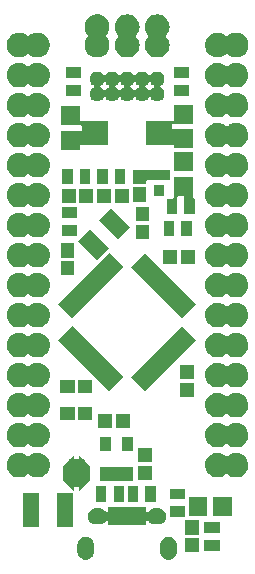
<source format=gts>
G04 #@! TF.GenerationSoftware,KiCad,Pcbnew,5.0.2-bee76a0~70~ubuntu18.04.1*
G04 #@! TF.CreationDate,2018-12-18T09:47:30-08:00*
G04 #@! TF.ProjectId,Empyrean,456d7079-7265-4616-9e2e-6b696361645f,A*
G04 #@! TF.SameCoordinates,Original*
G04 #@! TF.FileFunction,Soldermask,Top*
G04 #@! TF.FilePolarity,Negative*
%FSLAX46Y46*%
G04 Gerber Fmt 4.6, Leading zero omitted, Abs format (unit mm)*
G04 Created by KiCad (PCBNEW 5.0.2-bee76a0~70~ubuntu18.04.1) date Tue 18 Dec 2018 09:47:30 AM PST*
%MOMM*%
%LPD*%
G01*
G04 APERTURE LIST*
%ADD10C,0.100000*%
G04 APERTURE END LIST*
D10*
G36*
X130787223Y-143185128D02*
X130919174Y-143225155D01*
X131040780Y-143290155D01*
X131147369Y-143377630D01*
X131234845Y-143484219D01*
X131299845Y-143605825D01*
X131339872Y-143737776D01*
X131350000Y-143840610D01*
X131350000Y-144459390D01*
X131339872Y-144562224D01*
X131299845Y-144694175D01*
X131234845Y-144815781D01*
X131147370Y-144922370D01*
X131040781Y-145009845D01*
X130919175Y-145074845D01*
X130787224Y-145114872D01*
X130650000Y-145128387D01*
X130512777Y-145114872D01*
X130380826Y-145074845D01*
X130259220Y-145009845D01*
X130152631Y-144922370D01*
X130065155Y-144815781D01*
X130000155Y-144694175D01*
X129960128Y-144562224D01*
X129950000Y-144459390D01*
X129950000Y-143840611D01*
X129960128Y-143737777D01*
X130000155Y-143605826D01*
X130065155Y-143484220D01*
X130152630Y-143377631D01*
X130259219Y-143290155D01*
X130380825Y-143225155D01*
X130512776Y-143185128D01*
X130650000Y-143171613D01*
X130787223Y-143185128D01*
X130787223Y-143185128D01*
G37*
G36*
X137787223Y-143185128D02*
X137919174Y-143225155D01*
X138040780Y-143290155D01*
X138147369Y-143377630D01*
X138234845Y-143484219D01*
X138299845Y-143605825D01*
X138339872Y-143737776D01*
X138350000Y-143840610D01*
X138350000Y-144459390D01*
X138339872Y-144562224D01*
X138299845Y-144694175D01*
X138234845Y-144815781D01*
X138147370Y-144922370D01*
X138040781Y-145009845D01*
X137919175Y-145074845D01*
X137787224Y-145114872D01*
X137650000Y-145128387D01*
X137512777Y-145114872D01*
X137380826Y-145074845D01*
X137259220Y-145009845D01*
X137152631Y-144922370D01*
X137065155Y-144815781D01*
X137000155Y-144694175D01*
X136960128Y-144562224D01*
X136950000Y-144459390D01*
X136950000Y-143840611D01*
X136960128Y-143737777D01*
X137000155Y-143605826D01*
X137065155Y-143484220D01*
X137152630Y-143377631D01*
X137259219Y-143290155D01*
X137380825Y-143225155D01*
X137512776Y-143185128D01*
X137650000Y-143171613D01*
X137787223Y-143185128D01*
X137787223Y-143185128D01*
G37*
G36*
X140225000Y-144500000D02*
X139075000Y-144500000D01*
X139075000Y-143300000D01*
X140225000Y-143300000D01*
X140225000Y-144500000D01*
X140225000Y-144500000D01*
G37*
G36*
X142000000Y-144350000D02*
X140700000Y-144350000D01*
X140700000Y-143450000D01*
X142000000Y-143450000D01*
X142000000Y-144350000D01*
X142000000Y-144350000D01*
G37*
G36*
X140225000Y-143000000D02*
X139075000Y-143000000D01*
X139075000Y-141800000D01*
X140225000Y-141800000D01*
X140225000Y-143000000D01*
X140225000Y-143000000D01*
G37*
G36*
X142000000Y-142850000D02*
X140700000Y-142850000D01*
X140700000Y-141950000D01*
X142000000Y-141950000D01*
X142000000Y-142850000D01*
X142000000Y-142850000D01*
G37*
G36*
X126650000Y-142350000D02*
X125350000Y-142350000D01*
X125350000Y-139450000D01*
X126650000Y-139450000D01*
X126650000Y-142350000D01*
X126650000Y-142350000D01*
G37*
G36*
X129620000Y-139392964D02*
X129605554Y-139400685D01*
X129586612Y-139416231D01*
X129571066Y-139435173D01*
X129559515Y-139456784D01*
X129552402Y-139480233D01*
X129550000Y-139504619D01*
X129550000Y-142350000D01*
X128250000Y-142350000D01*
X128250000Y-139450000D01*
X129495381Y-139450000D01*
X129519767Y-139447598D01*
X129543216Y-139440485D01*
X129564827Y-139428934D01*
X129583769Y-139413388D01*
X129599315Y-139394446D01*
X129610866Y-139372835D01*
X129617979Y-139349386D01*
X129620000Y-139328868D01*
X129620000Y-139392964D01*
X129620000Y-139392964D01*
G37*
G36*
X135750000Y-140950519D02*
X135752402Y-140974905D01*
X135759515Y-140998354D01*
X135771066Y-141019965D01*
X135786612Y-141038907D01*
X135805554Y-141054453D01*
X135827165Y-141066004D01*
X135850614Y-141073117D01*
X135875000Y-141075519D01*
X135899386Y-141073117D01*
X135922835Y-141066004D01*
X135944446Y-141054453D01*
X135963388Y-141038907D01*
X135971610Y-141029837D01*
X136020394Y-140970394D01*
X136123176Y-140886042D01*
X136240439Y-140823364D01*
X136367677Y-140784767D01*
X136466841Y-140775000D01*
X136833159Y-140775000D01*
X136932323Y-140784767D01*
X137059561Y-140823364D01*
X137176824Y-140886042D01*
X137279606Y-140970394D01*
X137363958Y-141073176D01*
X137426636Y-141190439D01*
X137465233Y-141317677D01*
X137478266Y-141450000D01*
X137465233Y-141582323D01*
X137426636Y-141709561D01*
X137363958Y-141826824D01*
X137279606Y-141929606D01*
X137176824Y-142013958D01*
X137059561Y-142076636D01*
X136932323Y-142115233D01*
X136833159Y-142125000D01*
X136466841Y-142125000D01*
X136367677Y-142115233D01*
X136240439Y-142076636D01*
X136123176Y-142013958D01*
X136020394Y-141929606D01*
X135971618Y-141870173D01*
X135954300Y-141852855D01*
X135933925Y-141839241D01*
X135911286Y-141829864D01*
X135887253Y-141825083D01*
X135862748Y-141825083D01*
X135838715Y-141829863D01*
X135816076Y-141839241D01*
X135795701Y-141852854D01*
X135778374Y-141870181D01*
X135764760Y-141890556D01*
X135755383Y-141913195D01*
X135750602Y-141937228D01*
X135750000Y-141949481D01*
X135750000Y-142225000D01*
X132550000Y-142225000D01*
X132550000Y-141949481D01*
X132547598Y-141925095D01*
X132540485Y-141901646D01*
X132528934Y-141880035D01*
X132513388Y-141861093D01*
X132494446Y-141845547D01*
X132472835Y-141833996D01*
X132449386Y-141826883D01*
X132425000Y-141824481D01*
X132400614Y-141826883D01*
X132377165Y-141833996D01*
X132355554Y-141845547D01*
X132336612Y-141861093D01*
X132328390Y-141870163D01*
X132279606Y-141929606D01*
X132176824Y-142013958D01*
X132059561Y-142076636D01*
X131932323Y-142115233D01*
X131833159Y-142125000D01*
X131466841Y-142125000D01*
X131367677Y-142115233D01*
X131240439Y-142076636D01*
X131123176Y-142013958D01*
X131020394Y-141929606D01*
X130936042Y-141826824D01*
X130873364Y-141709561D01*
X130834767Y-141582323D01*
X130821734Y-141450000D01*
X130834767Y-141317677D01*
X130873364Y-141190439D01*
X130936042Y-141073176D01*
X131020394Y-140970394D01*
X131123176Y-140886042D01*
X131240439Y-140823364D01*
X131367677Y-140784767D01*
X131466841Y-140775000D01*
X131833159Y-140775000D01*
X131932323Y-140784767D01*
X132059561Y-140823364D01*
X132176824Y-140886042D01*
X132279606Y-140970394D01*
X132328382Y-141029827D01*
X132345700Y-141047145D01*
X132366075Y-141060759D01*
X132388714Y-141070136D01*
X132412747Y-141074917D01*
X132437252Y-141074917D01*
X132461285Y-141070137D01*
X132483924Y-141060759D01*
X132504299Y-141047146D01*
X132521626Y-141029819D01*
X132535240Y-141009444D01*
X132544617Y-140986805D01*
X132549398Y-140962772D01*
X132550000Y-140950519D01*
X132550000Y-140675000D01*
X135750000Y-140675000D01*
X135750000Y-140950519D01*
X135750000Y-140950519D01*
G37*
G36*
X139050000Y-141500000D02*
X137750000Y-141500000D01*
X137750000Y-140600000D01*
X139050000Y-140600000D01*
X139050000Y-141500000D01*
X139050000Y-141500000D01*
G37*
G36*
X143050000Y-141450000D02*
X141450000Y-141450000D01*
X141450000Y-139850000D01*
X143050000Y-139850000D01*
X143050000Y-141450000D01*
X143050000Y-141450000D01*
G37*
G36*
X140950000Y-141450000D02*
X139350000Y-141450000D01*
X139350000Y-139850000D01*
X140950000Y-139850000D01*
X140950000Y-141450000D01*
X140950000Y-141450000D01*
G37*
G36*
X136600000Y-140200000D02*
X135700000Y-140200000D01*
X135700000Y-138900000D01*
X136600000Y-138900000D01*
X136600000Y-140200000D01*
X136600000Y-140200000D01*
G37*
G36*
X132400000Y-140200000D02*
X131500000Y-140200000D01*
X131500000Y-138900000D01*
X132400000Y-138900000D01*
X132400000Y-140200000D01*
X132400000Y-140200000D01*
G37*
G36*
X133900000Y-140200000D02*
X133000000Y-140200000D01*
X133000000Y-138900000D01*
X133900000Y-138900000D01*
X133900000Y-140200000D01*
X133900000Y-140200000D01*
G37*
G36*
X135100000Y-140200000D02*
X134200000Y-140200000D01*
X134200000Y-138900000D01*
X135100000Y-138900000D01*
X135100000Y-140200000D01*
X135100000Y-140200000D01*
G37*
G36*
X139050000Y-140000000D02*
X137750000Y-140000000D01*
X137750000Y-139100000D01*
X139050000Y-139100000D01*
X139050000Y-140000000D01*
X139050000Y-140000000D01*
G37*
G36*
X130366231Y-136553388D02*
X130385173Y-136568934D01*
X130406784Y-136580485D01*
X130430233Y-136587598D01*
X130454619Y-136590000D01*
X130540000Y-136590000D01*
X130540000Y-136675381D01*
X130542402Y-136699767D01*
X130549515Y-136723216D01*
X130561066Y-136744827D01*
X130576612Y-136763769D01*
X131020000Y-137207157D01*
X131020000Y-138372843D01*
X130576612Y-138816231D01*
X130561066Y-138835173D01*
X130549515Y-138856784D01*
X130542402Y-138880233D01*
X130540000Y-138904619D01*
X130540000Y-138990000D01*
X130454619Y-138990000D01*
X130430233Y-138992402D01*
X130406784Y-138999515D01*
X130385173Y-139011066D01*
X130366231Y-139026612D01*
X130120000Y-139272843D01*
X130120000Y-139115000D01*
X130117598Y-139090614D01*
X130110485Y-139067165D01*
X130098934Y-139045554D01*
X130083388Y-139026612D01*
X130064446Y-139011066D01*
X130042835Y-138999515D01*
X130019386Y-138992402D01*
X129995000Y-138990000D01*
X129745000Y-138990000D01*
X129720614Y-138992402D01*
X129697165Y-138999515D01*
X129675554Y-139011066D01*
X129656612Y-139026612D01*
X129641066Y-139045554D01*
X129629515Y-139067165D01*
X129622402Y-139090614D01*
X129620000Y-139115000D01*
X129620000Y-139321132D01*
X129617979Y-139300614D01*
X129610866Y-139277165D01*
X129599315Y-139255554D01*
X129583769Y-139236612D01*
X129373769Y-139026612D01*
X129354827Y-139011066D01*
X129333216Y-138999515D01*
X129309767Y-138992402D01*
X129285381Y-138990000D01*
X129200000Y-138990000D01*
X129200000Y-138904619D01*
X129197598Y-138880233D01*
X129190485Y-138856784D01*
X129178934Y-138835173D01*
X129163388Y-138816231D01*
X128720000Y-138372843D01*
X128720000Y-137207157D01*
X129163388Y-136763769D01*
X129178934Y-136744827D01*
X129190485Y-136723216D01*
X129197598Y-136699767D01*
X129200000Y-136675381D01*
X129200000Y-136590000D01*
X129285381Y-136590000D01*
X129309767Y-136587598D01*
X129333216Y-136580485D01*
X129354827Y-136568934D01*
X129373769Y-136553388D01*
X129620000Y-136307157D01*
X129620000Y-136465000D01*
X129622402Y-136489386D01*
X129629515Y-136512835D01*
X129641066Y-136534446D01*
X129656612Y-136553388D01*
X129675554Y-136568934D01*
X129697165Y-136580485D01*
X129720614Y-136587598D01*
X129745000Y-136590000D01*
X129995000Y-136590000D01*
X130019386Y-136587598D01*
X130042835Y-136580485D01*
X130064446Y-136568934D01*
X130083388Y-136553388D01*
X130098934Y-136534446D01*
X130110485Y-136512835D01*
X130117598Y-136489386D01*
X130120000Y-136465000D01*
X130120000Y-136307157D01*
X130366231Y-136553388D01*
X130366231Y-136553388D01*
G37*
G36*
X134656500Y-138451000D02*
X131843500Y-138451000D01*
X131843500Y-137289000D01*
X134656500Y-137289000D01*
X134656500Y-138451000D01*
X134656500Y-138451000D01*
G37*
G36*
X136225000Y-138350000D02*
X135075000Y-138350000D01*
X135075000Y-137150000D01*
X136225000Y-137150000D01*
X136225000Y-138350000D01*
X136225000Y-138350000D01*
G37*
G36*
X125138707Y-136067597D02*
X125215836Y-136075193D01*
X125347787Y-136115220D01*
X125413763Y-136135233D01*
X125511263Y-136187349D01*
X125596171Y-136232733D01*
X125596173Y-136232734D01*
X125596172Y-136232734D01*
X125700701Y-136318518D01*
X125721075Y-136332132D01*
X125743714Y-136341510D01*
X125767748Y-136346290D01*
X125792252Y-136346290D01*
X125816286Y-136341510D01*
X125838925Y-136332132D01*
X125859299Y-136318518D01*
X125963828Y-136232734D01*
X125963827Y-136232734D01*
X125963829Y-136232733D01*
X126048737Y-136187349D01*
X126146237Y-136135233D01*
X126212213Y-136115220D01*
X126344164Y-136075193D01*
X126421293Y-136067597D01*
X126498420Y-136060000D01*
X126601580Y-136060000D01*
X126678707Y-136067597D01*
X126755836Y-136075193D01*
X126887787Y-136115220D01*
X126953763Y-136135233D01*
X127136172Y-136232733D01*
X127296054Y-136363946D01*
X127427267Y-136523828D01*
X127524767Y-136706237D01*
X127524767Y-136706238D01*
X127584807Y-136904164D01*
X127605080Y-137110000D01*
X127584807Y-137315836D01*
X127544780Y-137447787D01*
X127524767Y-137513763D01*
X127427267Y-137696172D01*
X127296054Y-137856054D01*
X127136172Y-137987267D01*
X126953763Y-138084767D01*
X126887787Y-138104780D01*
X126755836Y-138144807D01*
X126678707Y-138152403D01*
X126601580Y-138160000D01*
X126498420Y-138160000D01*
X126421293Y-138152403D01*
X126344164Y-138144807D01*
X126212213Y-138104780D01*
X126146237Y-138084767D01*
X126048737Y-138032651D01*
X125963829Y-137987267D01*
X125945145Y-137971933D01*
X125859299Y-137901482D01*
X125838925Y-137887868D01*
X125816286Y-137878490D01*
X125792252Y-137873710D01*
X125767748Y-137873710D01*
X125743714Y-137878490D01*
X125721075Y-137887868D01*
X125700701Y-137901482D01*
X125614855Y-137971933D01*
X125596171Y-137987267D01*
X125511263Y-138032651D01*
X125413763Y-138084767D01*
X125347787Y-138104780D01*
X125215836Y-138144807D01*
X125138707Y-138152403D01*
X125061580Y-138160000D01*
X124958420Y-138160000D01*
X124881293Y-138152403D01*
X124804164Y-138144807D01*
X124672213Y-138104780D01*
X124606237Y-138084767D01*
X124423828Y-137987267D01*
X124263946Y-137856054D01*
X124132733Y-137696172D01*
X124035233Y-137513763D01*
X124015220Y-137447787D01*
X123975193Y-137315836D01*
X123954920Y-137110000D01*
X123975193Y-136904164D01*
X124035233Y-136706238D01*
X124035233Y-136706237D01*
X124132733Y-136523828D01*
X124263946Y-136363946D01*
X124423828Y-136232733D01*
X124606237Y-136135233D01*
X124672213Y-136115220D01*
X124804164Y-136075193D01*
X124881293Y-136067597D01*
X124958420Y-136060000D01*
X125061580Y-136060000D01*
X125138707Y-136067597D01*
X125138707Y-136067597D01*
G37*
G36*
X141928707Y-136067597D02*
X142005836Y-136075193D01*
X142137787Y-136115220D01*
X142203763Y-136135233D01*
X142365307Y-136221581D01*
X142386171Y-136232733D01*
X142505705Y-136330832D01*
X142526075Y-136344443D01*
X142548714Y-136353820D01*
X142572747Y-136358601D01*
X142597252Y-136358601D01*
X142621285Y-136353821D01*
X142643924Y-136344443D01*
X142664295Y-136330832D01*
X142783829Y-136232733D01*
X142804693Y-136221581D01*
X142966237Y-136135233D01*
X143032213Y-136115220D01*
X143164164Y-136075193D01*
X143241293Y-136067597D01*
X143318420Y-136060000D01*
X143421580Y-136060000D01*
X143498707Y-136067597D01*
X143575836Y-136075193D01*
X143707787Y-136115220D01*
X143773763Y-136135233D01*
X143956172Y-136232733D01*
X144116054Y-136363946D01*
X144247267Y-136523828D01*
X144344767Y-136706237D01*
X144344767Y-136706238D01*
X144404807Y-136904164D01*
X144425080Y-137110000D01*
X144404807Y-137315836D01*
X144364780Y-137447787D01*
X144344767Y-137513763D01*
X144247267Y-137696172D01*
X144116054Y-137856054D01*
X143956172Y-137987267D01*
X143773763Y-138084767D01*
X143707787Y-138104780D01*
X143575836Y-138144807D01*
X143498707Y-138152403D01*
X143421580Y-138160000D01*
X143318420Y-138160000D01*
X143241293Y-138152403D01*
X143164164Y-138144807D01*
X143032213Y-138104780D01*
X142966237Y-138084767D01*
X142783831Y-137987268D01*
X142783829Y-137987267D01*
X142664295Y-137889168D01*
X142643925Y-137875557D01*
X142621286Y-137866180D01*
X142597253Y-137861399D01*
X142572748Y-137861399D01*
X142548715Y-137866179D01*
X142526076Y-137875557D01*
X142505705Y-137889168D01*
X142386171Y-137987267D01*
X142386169Y-137987268D01*
X142203763Y-138084767D01*
X142137787Y-138104780D01*
X142005836Y-138144807D01*
X141928707Y-138152403D01*
X141851580Y-138160000D01*
X141748420Y-138160000D01*
X141671293Y-138152403D01*
X141594164Y-138144807D01*
X141462213Y-138104780D01*
X141396237Y-138084767D01*
X141213828Y-137987267D01*
X141053946Y-137856054D01*
X140922733Y-137696172D01*
X140825233Y-137513763D01*
X140805220Y-137447787D01*
X140765193Y-137315836D01*
X140744920Y-137110000D01*
X140765193Y-136904164D01*
X140825233Y-136706238D01*
X140825233Y-136706237D01*
X140922733Y-136523828D01*
X141053946Y-136363946D01*
X141213828Y-136232733D01*
X141396237Y-136135233D01*
X141462213Y-136115220D01*
X141594164Y-136075193D01*
X141671293Y-136067597D01*
X141748420Y-136060000D01*
X141851580Y-136060000D01*
X141928707Y-136067597D01*
X141928707Y-136067597D01*
G37*
G36*
X136225000Y-136850000D02*
X135075000Y-136850000D01*
X135075000Y-135650000D01*
X136225000Y-135650000D01*
X136225000Y-136850000D01*
X136225000Y-136850000D01*
G37*
G36*
X132751500Y-135911000D02*
X131843500Y-135911000D01*
X131843500Y-134749000D01*
X132751500Y-134749000D01*
X132751500Y-135911000D01*
X132751500Y-135911000D01*
G37*
G36*
X134656500Y-135911000D02*
X133748500Y-135911000D01*
X133748500Y-134749000D01*
X134656500Y-134749000D01*
X134656500Y-135911000D01*
X134656500Y-135911000D01*
G37*
G36*
X141928707Y-133527596D02*
X142005836Y-133535193D01*
X142137787Y-133575220D01*
X142203763Y-133595233D01*
X142365307Y-133681581D01*
X142386171Y-133692733D01*
X142505705Y-133790832D01*
X142526075Y-133804443D01*
X142548714Y-133813820D01*
X142572747Y-133818601D01*
X142597252Y-133818601D01*
X142621285Y-133813821D01*
X142643924Y-133804443D01*
X142664295Y-133790832D01*
X142783829Y-133692733D01*
X142804693Y-133681581D01*
X142966237Y-133595233D01*
X143032213Y-133575220D01*
X143164164Y-133535193D01*
X143241293Y-133527596D01*
X143318420Y-133520000D01*
X143421580Y-133520000D01*
X143498707Y-133527596D01*
X143575836Y-133535193D01*
X143707787Y-133575220D01*
X143773763Y-133595233D01*
X143956172Y-133692733D01*
X144116054Y-133823946D01*
X144247267Y-133983828D01*
X144344767Y-134166237D01*
X144344767Y-134166238D01*
X144404807Y-134364164D01*
X144425080Y-134570000D01*
X144404807Y-134775836D01*
X144364780Y-134907787D01*
X144344767Y-134973763D01*
X144247267Y-135156172D01*
X144116054Y-135316054D01*
X143956172Y-135447267D01*
X143773763Y-135544767D01*
X143707787Y-135564780D01*
X143575836Y-135604807D01*
X143498707Y-135612404D01*
X143421580Y-135620000D01*
X143318420Y-135620000D01*
X143241293Y-135612404D01*
X143164164Y-135604807D01*
X143032213Y-135564780D01*
X142966237Y-135544767D01*
X142783831Y-135447268D01*
X142783829Y-135447267D01*
X142664295Y-135349168D01*
X142643925Y-135335557D01*
X142621286Y-135326180D01*
X142597253Y-135321399D01*
X142572748Y-135321399D01*
X142548715Y-135326179D01*
X142526076Y-135335557D01*
X142505705Y-135349168D01*
X142386171Y-135447267D01*
X142386169Y-135447268D01*
X142203763Y-135544767D01*
X142137787Y-135564780D01*
X142005836Y-135604807D01*
X141928707Y-135612404D01*
X141851580Y-135620000D01*
X141748420Y-135620000D01*
X141671293Y-135612404D01*
X141594164Y-135604807D01*
X141462213Y-135564780D01*
X141396237Y-135544767D01*
X141213828Y-135447267D01*
X141053946Y-135316054D01*
X140922733Y-135156172D01*
X140825233Y-134973763D01*
X140805220Y-134907787D01*
X140765193Y-134775836D01*
X140744920Y-134570000D01*
X140765193Y-134364164D01*
X140825233Y-134166238D01*
X140825233Y-134166237D01*
X140922733Y-133983828D01*
X141053946Y-133823946D01*
X141213828Y-133692733D01*
X141396237Y-133595233D01*
X141462213Y-133575220D01*
X141594164Y-133535193D01*
X141671293Y-133527596D01*
X141748420Y-133520000D01*
X141851580Y-133520000D01*
X141928707Y-133527596D01*
X141928707Y-133527596D01*
G37*
G36*
X125138707Y-133527596D02*
X125215836Y-133535193D01*
X125347787Y-133575220D01*
X125413763Y-133595233D01*
X125511263Y-133647349D01*
X125596171Y-133692733D01*
X125596173Y-133692734D01*
X125596172Y-133692734D01*
X125700701Y-133778518D01*
X125721075Y-133792132D01*
X125743714Y-133801510D01*
X125767748Y-133806290D01*
X125792252Y-133806290D01*
X125816286Y-133801510D01*
X125838925Y-133792132D01*
X125859299Y-133778518D01*
X125963828Y-133692734D01*
X125963827Y-133692734D01*
X125963829Y-133692733D01*
X126048737Y-133647349D01*
X126146237Y-133595233D01*
X126212213Y-133575220D01*
X126344164Y-133535193D01*
X126421293Y-133527596D01*
X126498420Y-133520000D01*
X126601580Y-133520000D01*
X126678707Y-133527596D01*
X126755836Y-133535193D01*
X126887787Y-133575220D01*
X126953763Y-133595233D01*
X127136172Y-133692733D01*
X127296054Y-133823946D01*
X127427267Y-133983828D01*
X127524767Y-134166237D01*
X127524767Y-134166238D01*
X127584807Y-134364164D01*
X127605080Y-134570000D01*
X127584807Y-134775836D01*
X127544780Y-134907787D01*
X127524767Y-134973763D01*
X127427267Y-135156172D01*
X127296054Y-135316054D01*
X127136172Y-135447267D01*
X126953763Y-135544767D01*
X126887787Y-135564780D01*
X126755836Y-135604807D01*
X126678707Y-135612404D01*
X126601580Y-135620000D01*
X126498420Y-135620000D01*
X126421293Y-135612404D01*
X126344164Y-135604807D01*
X126212213Y-135564780D01*
X126146237Y-135544767D01*
X126048737Y-135492651D01*
X125963829Y-135447267D01*
X125945145Y-135431933D01*
X125859299Y-135361482D01*
X125838925Y-135347868D01*
X125816286Y-135338490D01*
X125792252Y-135333710D01*
X125767748Y-135333710D01*
X125743714Y-135338490D01*
X125721075Y-135347868D01*
X125700701Y-135361482D01*
X125614855Y-135431933D01*
X125596171Y-135447267D01*
X125511263Y-135492651D01*
X125413763Y-135544767D01*
X125347787Y-135564780D01*
X125215836Y-135604807D01*
X125138707Y-135612404D01*
X125061580Y-135620000D01*
X124958420Y-135620000D01*
X124881293Y-135612404D01*
X124804164Y-135604807D01*
X124672213Y-135564780D01*
X124606237Y-135544767D01*
X124423828Y-135447267D01*
X124263946Y-135316054D01*
X124132733Y-135156172D01*
X124035233Y-134973763D01*
X124015220Y-134907787D01*
X123975193Y-134775836D01*
X123954920Y-134570000D01*
X123975193Y-134364164D01*
X124035233Y-134166238D01*
X124035233Y-134166237D01*
X124132733Y-133983828D01*
X124263946Y-133823946D01*
X124423828Y-133692733D01*
X124606237Y-133595233D01*
X124672213Y-133575220D01*
X124804164Y-133535193D01*
X124881293Y-133527596D01*
X124958420Y-133520000D01*
X125061580Y-133520000D01*
X125138707Y-133527596D01*
X125138707Y-133527596D01*
G37*
G36*
X132900000Y-133975000D02*
X131700000Y-133975000D01*
X131700000Y-132825000D01*
X132900000Y-132825000D01*
X132900000Y-133975000D01*
X132900000Y-133975000D01*
G37*
G36*
X134400000Y-133975000D02*
X133200000Y-133975000D01*
X133200000Y-132825000D01*
X134400000Y-132825000D01*
X134400000Y-133975000D01*
X134400000Y-133975000D01*
G37*
G36*
X131200000Y-133325000D02*
X130000000Y-133325000D01*
X130000000Y-132175000D01*
X131200000Y-132175000D01*
X131200000Y-133325000D01*
X131200000Y-133325000D01*
G37*
G36*
X129700000Y-133325000D02*
X128500000Y-133325000D01*
X128500000Y-132175000D01*
X129700000Y-132175000D01*
X129700000Y-133325000D01*
X129700000Y-133325000D01*
G37*
G36*
X141928707Y-130987596D02*
X142005836Y-130995193D01*
X142137787Y-131035220D01*
X142203763Y-131055233D01*
X142365307Y-131141581D01*
X142386171Y-131152733D01*
X142505705Y-131250832D01*
X142526075Y-131264443D01*
X142548714Y-131273820D01*
X142572747Y-131278601D01*
X142597252Y-131278601D01*
X142621285Y-131273821D01*
X142643924Y-131264443D01*
X142664295Y-131250832D01*
X142783829Y-131152733D01*
X142804693Y-131141581D01*
X142966237Y-131055233D01*
X143032213Y-131035220D01*
X143164164Y-130995193D01*
X143241293Y-130987596D01*
X143318420Y-130980000D01*
X143421580Y-130980000D01*
X143498707Y-130987596D01*
X143575836Y-130995193D01*
X143707787Y-131035220D01*
X143773763Y-131055233D01*
X143956172Y-131152733D01*
X144116054Y-131283946D01*
X144247267Y-131443828D01*
X144344767Y-131626237D01*
X144344767Y-131626238D01*
X144404807Y-131824164D01*
X144425080Y-132030000D01*
X144404807Y-132235836D01*
X144364780Y-132367787D01*
X144344767Y-132433763D01*
X144247267Y-132616172D01*
X144116054Y-132776054D01*
X143956172Y-132907267D01*
X143773763Y-133004767D01*
X143707787Y-133024780D01*
X143575836Y-133064807D01*
X143498707Y-133072404D01*
X143421580Y-133080000D01*
X143318420Y-133080000D01*
X143241293Y-133072404D01*
X143164164Y-133064807D01*
X143032213Y-133024780D01*
X142966237Y-133004767D01*
X142783831Y-132907268D01*
X142783829Y-132907267D01*
X142664295Y-132809168D01*
X142643925Y-132795557D01*
X142621286Y-132786180D01*
X142597253Y-132781399D01*
X142572748Y-132781399D01*
X142548715Y-132786179D01*
X142526076Y-132795557D01*
X142505705Y-132809168D01*
X142386171Y-132907267D01*
X142386169Y-132907268D01*
X142203763Y-133004767D01*
X142137787Y-133024780D01*
X142005836Y-133064807D01*
X141928707Y-133072404D01*
X141851580Y-133080000D01*
X141748420Y-133080000D01*
X141671293Y-133072404D01*
X141594164Y-133064807D01*
X141462213Y-133024780D01*
X141396237Y-133004767D01*
X141213828Y-132907267D01*
X141053946Y-132776054D01*
X140922733Y-132616172D01*
X140825233Y-132433763D01*
X140805220Y-132367787D01*
X140765193Y-132235836D01*
X140744920Y-132030000D01*
X140765193Y-131824164D01*
X140825233Y-131626238D01*
X140825233Y-131626237D01*
X140922733Y-131443828D01*
X141053946Y-131283946D01*
X141213828Y-131152733D01*
X141396237Y-131055233D01*
X141462213Y-131035220D01*
X141594164Y-130995193D01*
X141671293Y-130987596D01*
X141748420Y-130980000D01*
X141851580Y-130980000D01*
X141928707Y-130987596D01*
X141928707Y-130987596D01*
G37*
G36*
X125138707Y-130987596D02*
X125215836Y-130995193D01*
X125347787Y-131035220D01*
X125413763Y-131055233D01*
X125511263Y-131107349D01*
X125596171Y-131152733D01*
X125596173Y-131152734D01*
X125596172Y-131152734D01*
X125700701Y-131238518D01*
X125721075Y-131252132D01*
X125743714Y-131261510D01*
X125767748Y-131266290D01*
X125792252Y-131266290D01*
X125816286Y-131261510D01*
X125838925Y-131252132D01*
X125859299Y-131238518D01*
X125963828Y-131152734D01*
X125963827Y-131152734D01*
X125963829Y-131152733D01*
X126048737Y-131107349D01*
X126146237Y-131055233D01*
X126212213Y-131035220D01*
X126344164Y-130995193D01*
X126421293Y-130987596D01*
X126498420Y-130980000D01*
X126601580Y-130980000D01*
X126678707Y-130987596D01*
X126755836Y-130995193D01*
X126887787Y-131035220D01*
X126953763Y-131055233D01*
X127136172Y-131152733D01*
X127296054Y-131283946D01*
X127427267Y-131443828D01*
X127524767Y-131626237D01*
X127524767Y-131626238D01*
X127584807Y-131824164D01*
X127605080Y-132030000D01*
X127584807Y-132235836D01*
X127544780Y-132367787D01*
X127524767Y-132433763D01*
X127427267Y-132616172D01*
X127296054Y-132776054D01*
X127136172Y-132907267D01*
X126953763Y-133004767D01*
X126887787Y-133024780D01*
X126755836Y-133064807D01*
X126678707Y-133072404D01*
X126601580Y-133080000D01*
X126498420Y-133080000D01*
X126421293Y-133072404D01*
X126344164Y-133064807D01*
X126212213Y-133024780D01*
X126146237Y-133004767D01*
X126048737Y-132952651D01*
X125963829Y-132907267D01*
X125945145Y-132891933D01*
X125859299Y-132821482D01*
X125838925Y-132807868D01*
X125816286Y-132798490D01*
X125792252Y-132793710D01*
X125767748Y-132793710D01*
X125743714Y-132798490D01*
X125721075Y-132807868D01*
X125700701Y-132821482D01*
X125614855Y-132891933D01*
X125596171Y-132907267D01*
X125511263Y-132952651D01*
X125413763Y-133004767D01*
X125347787Y-133024780D01*
X125215836Y-133064807D01*
X125138707Y-133072404D01*
X125061580Y-133080000D01*
X124958420Y-133080000D01*
X124881293Y-133072404D01*
X124804164Y-133064807D01*
X124672213Y-133024780D01*
X124606237Y-133004767D01*
X124423828Y-132907267D01*
X124263946Y-132776054D01*
X124132733Y-132616172D01*
X124035233Y-132433763D01*
X124015220Y-132367787D01*
X123975193Y-132235836D01*
X123954920Y-132030000D01*
X123975193Y-131824164D01*
X124035233Y-131626238D01*
X124035233Y-131626237D01*
X124132733Y-131443828D01*
X124263946Y-131283946D01*
X124423828Y-131152733D01*
X124606237Y-131055233D01*
X124672213Y-131035220D01*
X124804164Y-130995193D01*
X124881293Y-130987596D01*
X124958420Y-130980000D01*
X125061580Y-130980000D01*
X125138707Y-130987596D01*
X125138707Y-130987596D01*
G37*
G36*
X139775000Y-131350000D02*
X138625000Y-131350000D01*
X138625000Y-130150000D01*
X139775000Y-130150000D01*
X139775000Y-131350000D01*
X139775000Y-131350000D01*
G37*
G36*
X129700000Y-131025000D02*
X128500000Y-131025000D01*
X128500000Y-129875000D01*
X129700000Y-129875000D01*
X129700000Y-131025000D01*
X129700000Y-131025000D01*
G37*
G36*
X131200000Y-131025000D02*
X130000000Y-131025000D01*
X130000000Y-129875000D01*
X131200000Y-129875000D01*
X131200000Y-131025000D01*
X131200000Y-131025000D01*
G37*
G36*
X133849480Y-129649227D02*
X132647398Y-130851309D01*
X128298691Y-126502602D01*
X129500773Y-125300520D01*
X133849480Y-129649227D01*
X133849480Y-129649227D01*
G37*
G36*
X140001309Y-126502602D02*
X135652602Y-130851309D01*
X134450520Y-129649227D01*
X138799227Y-125300520D01*
X140001309Y-126502602D01*
X140001309Y-126502602D01*
G37*
G36*
X125138707Y-128447596D02*
X125215836Y-128455193D01*
X125347787Y-128495220D01*
X125413763Y-128515233D01*
X125511263Y-128567349D01*
X125596171Y-128612733D01*
X125596173Y-128612734D01*
X125596172Y-128612734D01*
X125700701Y-128698518D01*
X125721075Y-128712132D01*
X125743714Y-128721510D01*
X125767748Y-128726290D01*
X125792252Y-128726290D01*
X125816286Y-128721510D01*
X125838925Y-128712132D01*
X125859299Y-128698518D01*
X125963828Y-128612734D01*
X125963827Y-128612734D01*
X125963829Y-128612733D01*
X126048737Y-128567349D01*
X126146237Y-128515233D01*
X126212213Y-128495220D01*
X126344164Y-128455193D01*
X126421293Y-128447596D01*
X126498420Y-128440000D01*
X126601580Y-128440000D01*
X126678707Y-128447596D01*
X126755836Y-128455193D01*
X126887787Y-128495220D01*
X126953763Y-128515233D01*
X127136172Y-128612733D01*
X127296054Y-128743946D01*
X127427267Y-128903828D01*
X127524767Y-129086237D01*
X127524767Y-129086238D01*
X127584807Y-129284164D01*
X127605080Y-129490000D01*
X127584807Y-129695836D01*
X127556046Y-129790648D01*
X127524767Y-129893763D01*
X127427267Y-130076172D01*
X127296054Y-130236054D01*
X127136172Y-130367267D01*
X126953763Y-130464767D01*
X126887787Y-130484780D01*
X126755836Y-130524807D01*
X126678707Y-130532403D01*
X126601580Y-130540000D01*
X126498420Y-130540000D01*
X126421293Y-130532403D01*
X126344164Y-130524807D01*
X126212213Y-130484780D01*
X126146237Y-130464767D01*
X126048737Y-130412651D01*
X125963829Y-130367267D01*
X125945145Y-130351933D01*
X125859299Y-130281482D01*
X125838925Y-130267868D01*
X125816286Y-130258490D01*
X125792252Y-130253710D01*
X125767748Y-130253710D01*
X125743714Y-130258490D01*
X125721075Y-130267868D01*
X125700701Y-130281482D01*
X125614855Y-130351933D01*
X125596171Y-130367267D01*
X125511263Y-130412651D01*
X125413763Y-130464767D01*
X125347787Y-130484780D01*
X125215836Y-130524807D01*
X125138707Y-130532403D01*
X125061580Y-130540000D01*
X124958420Y-130540000D01*
X124881293Y-130532403D01*
X124804164Y-130524807D01*
X124672213Y-130484780D01*
X124606237Y-130464767D01*
X124423828Y-130367267D01*
X124263946Y-130236054D01*
X124132733Y-130076172D01*
X124035233Y-129893763D01*
X124003954Y-129790648D01*
X123975193Y-129695836D01*
X123954920Y-129490000D01*
X123975193Y-129284164D01*
X124035233Y-129086238D01*
X124035233Y-129086237D01*
X124132733Y-128903828D01*
X124263946Y-128743946D01*
X124423828Y-128612733D01*
X124606237Y-128515233D01*
X124672213Y-128495220D01*
X124804164Y-128455193D01*
X124881293Y-128447596D01*
X124958420Y-128440000D01*
X125061580Y-128440000D01*
X125138707Y-128447596D01*
X125138707Y-128447596D01*
G37*
G36*
X141928707Y-128447596D02*
X142005836Y-128455193D01*
X142137787Y-128495220D01*
X142203763Y-128515233D01*
X142340960Y-128588567D01*
X142386171Y-128612733D01*
X142505705Y-128710832D01*
X142526075Y-128724443D01*
X142548714Y-128733820D01*
X142572747Y-128738601D01*
X142597252Y-128738601D01*
X142621285Y-128733821D01*
X142643924Y-128724443D01*
X142664295Y-128710832D01*
X142783829Y-128612733D01*
X142829040Y-128588567D01*
X142966237Y-128515233D01*
X143032213Y-128495220D01*
X143164164Y-128455193D01*
X143241293Y-128447596D01*
X143318420Y-128440000D01*
X143421580Y-128440000D01*
X143498707Y-128447596D01*
X143575836Y-128455193D01*
X143707787Y-128495220D01*
X143773763Y-128515233D01*
X143956172Y-128612733D01*
X144116054Y-128743946D01*
X144247267Y-128903828D01*
X144344767Y-129086237D01*
X144344767Y-129086238D01*
X144404807Y-129284164D01*
X144425080Y-129490000D01*
X144404807Y-129695836D01*
X144376046Y-129790648D01*
X144344767Y-129893763D01*
X144247267Y-130076172D01*
X144116054Y-130236054D01*
X143956172Y-130367267D01*
X143773763Y-130464767D01*
X143707787Y-130484780D01*
X143575836Y-130524807D01*
X143498707Y-130532403D01*
X143421580Y-130540000D01*
X143318420Y-130540000D01*
X143241293Y-130532403D01*
X143164164Y-130524807D01*
X143032213Y-130484780D01*
X142966237Y-130464767D01*
X142783831Y-130367268D01*
X142783829Y-130367267D01*
X142664295Y-130269168D01*
X142643925Y-130255557D01*
X142621286Y-130246180D01*
X142597253Y-130241399D01*
X142572748Y-130241399D01*
X142548715Y-130246179D01*
X142526076Y-130255557D01*
X142505705Y-130269168D01*
X142386171Y-130367267D01*
X142386169Y-130367268D01*
X142203763Y-130464767D01*
X142137787Y-130484780D01*
X142005836Y-130524807D01*
X141928707Y-130532403D01*
X141851580Y-130540000D01*
X141748420Y-130540000D01*
X141671293Y-130532403D01*
X141594164Y-130524807D01*
X141462213Y-130484780D01*
X141396237Y-130464767D01*
X141213828Y-130367267D01*
X141053946Y-130236054D01*
X140922733Y-130076172D01*
X140825233Y-129893763D01*
X140793954Y-129790648D01*
X140765193Y-129695836D01*
X140744920Y-129490000D01*
X140765193Y-129284164D01*
X140825233Y-129086238D01*
X140825233Y-129086237D01*
X140922733Y-128903828D01*
X141053946Y-128743946D01*
X141213828Y-128612733D01*
X141396237Y-128515233D01*
X141462213Y-128495220D01*
X141594164Y-128455193D01*
X141671293Y-128447596D01*
X141748420Y-128440000D01*
X141851580Y-128440000D01*
X141928707Y-128447596D01*
X141928707Y-128447596D01*
G37*
G36*
X139775000Y-129850000D02*
X138625000Y-129850000D01*
X138625000Y-128650000D01*
X139775000Y-128650000D01*
X139775000Y-129850000D01*
X139775000Y-129850000D01*
G37*
G36*
X125138707Y-125907597D02*
X125215836Y-125915193D01*
X125347787Y-125955220D01*
X125413763Y-125975233D01*
X125474369Y-126007628D01*
X125596171Y-126072733D01*
X125596173Y-126072734D01*
X125596172Y-126072734D01*
X125700701Y-126158518D01*
X125721075Y-126172132D01*
X125743714Y-126181510D01*
X125767748Y-126186290D01*
X125792252Y-126186290D01*
X125816286Y-126181510D01*
X125838925Y-126172132D01*
X125859299Y-126158518D01*
X125963828Y-126072734D01*
X125963827Y-126072734D01*
X125963829Y-126072733D01*
X126085631Y-126007628D01*
X126146237Y-125975233D01*
X126212213Y-125955220D01*
X126344164Y-125915193D01*
X126421293Y-125907597D01*
X126498420Y-125900000D01*
X126601580Y-125900000D01*
X126678707Y-125907597D01*
X126755836Y-125915193D01*
X126887787Y-125955220D01*
X126953763Y-125975233D01*
X127136172Y-126072733D01*
X127296054Y-126203946D01*
X127427267Y-126363828D01*
X127524767Y-126546237D01*
X127524767Y-126546238D01*
X127584807Y-126744164D01*
X127605080Y-126950000D01*
X127584807Y-127155836D01*
X127544780Y-127287787D01*
X127524767Y-127353763D01*
X127427267Y-127536172D01*
X127296054Y-127696054D01*
X127136172Y-127827267D01*
X126953763Y-127924767D01*
X126887787Y-127944780D01*
X126755836Y-127984807D01*
X126678707Y-127992404D01*
X126601580Y-128000000D01*
X126498420Y-128000000D01*
X126421293Y-127992404D01*
X126344164Y-127984807D01*
X126212213Y-127944780D01*
X126146237Y-127924767D01*
X126048737Y-127872651D01*
X125963829Y-127827267D01*
X125945145Y-127811933D01*
X125859299Y-127741482D01*
X125838925Y-127727868D01*
X125816286Y-127718490D01*
X125792252Y-127713710D01*
X125767748Y-127713710D01*
X125743714Y-127718490D01*
X125721075Y-127727868D01*
X125700701Y-127741482D01*
X125614855Y-127811933D01*
X125596171Y-127827267D01*
X125511263Y-127872651D01*
X125413763Y-127924767D01*
X125347787Y-127944780D01*
X125215836Y-127984807D01*
X125138707Y-127992404D01*
X125061580Y-128000000D01*
X124958420Y-128000000D01*
X124881293Y-127992404D01*
X124804164Y-127984807D01*
X124672213Y-127944780D01*
X124606237Y-127924767D01*
X124423828Y-127827267D01*
X124263946Y-127696054D01*
X124132733Y-127536172D01*
X124035233Y-127353763D01*
X124015220Y-127287787D01*
X123975193Y-127155836D01*
X123954920Y-126950000D01*
X123975193Y-126744164D01*
X124035233Y-126546238D01*
X124035233Y-126546237D01*
X124132733Y-126363828D01*
X124263946Y-126203946D01*
X124423828Y-126072733D01*
X124606237Y-125975233D01*
X124672213Y-125955220D01*
X124804164Y-125915193D01*
X124881293Y-125907597D01*
X124958420Y-125900000D01*
X125061580Y-125900000D01*
X125138707Y-125907597D01*
X125138707Y-125907597D01*
G37*
G36*
X141928707Y-125907597D02*
X142005836Y-125915193D01*
X142137787Y-125955220D01*
X142203763Y-125975233D01*
X142264369Y-126007628D01*
X142386171Y-126072733D01*
X142505705Y-126170832D01*
X142526075Y-126184443D01*
X142548714Y-126193820D01*
X142572747Y-126198601D01*
X142597252Y-126198601D01*
X142621285Y-126193821D01*
X142643924Y-126184443D01*
X142664295Y-126170832D01*
X142783829Y-126072733D01*
X142905631Y-126007628D01*
X142966237Y-125975233D01*
X143032213Y-125955220D01*
X143164164Y-125915193D01*
X143241293Y-125907597D01*
X143318420Y-125900000D01*
X143421580Y-125900000D01*
X143498707Y-125907597D01*
X143575836Y-125915193D01*
X143707787Y-125955220D01*
X143773763Y-125975233D01*
X143956172Y-126072733D01*
X144116054Y-126203946D01*
X144247267Y-126363828D01*
X144344767Y-126546237D01*
X144344767Y-126546238D01*
X144404807Y-126744164D01*
X144425080Y-126950000D01*
X144404807Y-127155836D01*
X144364780Y-127287787D01*
X144344767Y-127353763D01*
X144247267Y-127536172D01*
X144116054Y-127696054D01*
X143956172Y-127827267D01*
X143773763Y-127924767D01*
X143707787Y-127944780D01*
X143575836Y-127984807D01*
X143498707Y-127992404D01*
X143421580Y-128000000D01*
X143318420Y-128000000D01*
X143241293Y-127992404D01*
X143164164Y-127984807D01*
X143032213Y-127944780D01*
X142966237Y-127924767D01*
X142783831Y-127827268D01*
X142783829Y-127827267D01*
X142664295Y-127729168D01*
X142643925Y-127715557D01*
X142621286Y-127706180D01*
X142597253Y-127701399D01*
X142572748Y-127701399D01*
X142548715Y-127706179D01*
X142526076Y-127715557D01*
X142505705Y-127729168D01*
X142386171Y-127827267D01*
X142386169Y-127827268D01*
X142203763Y-127924767D01*
X142137787Y-127944780D01*
X142005836Y-127984807D01*
X141928707Y-127992404D01*
X141851580Y-128000000D01*
X141748420Y-128000000D01*
X141671293Y-127992404D01*
X141594164Y-127984807D01*
X141462213Y-127944780D01*
X141396237Y-127924767D01*
X141213828Y-127827267D01*
X141053946Y-127696054D01*
X140922733Y-127536172D01*
X140825233Y-127353763D01*
X140805220Y-127287787D01*
X140765193Y-127155836D01*
X140744920Y-126950000D01*
X140765193Y-126744164D01*
X140825233Y-126546238D01*
X140825233Y-126546237D01*
X140922733Y-126363828D01*
X141053946Y-126203946D01*
X141213828Y-126072733D01*
X141396237Y-125975233D01*
X141462213Y-125955220D01*
X141594164Y-125915193D01*
X141671293Y-125907597D01*
X141748420Y-125900000D01*
X141851580Y-125900000D01*
X141928707Y-125907597D01*
X141928707Y-125907597D01*
G37*
G36*
X141928707Y-123367596D02*
X142005836Y-123375193D01*
X142137787Y-123415220D01*
X142203763Y-123435233D01*
X142320064Y-123497398D01*
X142386171Y-123532733D01*
X142505705Y-123630832D01*
X142526075Y-123644443D01*
X142548714Y-123653820D01*
X142572747Y-123658601D01*
X142597252Y-123658601D01*
X142621285Y-123653821D01*
X142643924Y-123644443D01*
X142664295Y-123630832D01*
X142783829Y-123532733D01*
X142849936Y-123497398D01*
X142966237Y-123435233D01*
X143032213Y-123415220D01*
X143164164Y-123375193D01*
X143241293Y-123367596D01*
X143318420Y-123360000D01*
X143421580Y-123360000D01*
X143498707Y-123367596D01*
X143575836Y-123375193D01*
X143707787Y-123415220D01*
X143773763Y-123435233D01*
X143956172Y-123532733D01*
X144116054Y-123663946D01*
X144247267Y-123823828D01*
X144344767Y-124006237D01*
X144344767Y-124006238D01*
X144404807Y-124204164D01*
X144425080Y-124410000D01*
X144404807Y-124615836D01*
X144379434Y-124699479D01*
X144344767Y-124813763D01*
X144247267Y-124996172D01*
X144116054Y-125156054D01*
X143956172Y-125287267D01*
X143773763Y-125384767D01*
X143707787Y-125404780D01*
X143575836Y-125444807D01*
X143498707Y-125452404D01*
X143421580Y-125460000D01*
X143318420Y-125460000D01*
X143241293Y-125452404D01*
X143164164Y-125444807D01*
X143032213Y-125404780D01*
X142966237Y-125384767D01*
X142783831Y-125287268D01*
X142783829Y-125287267D01*
X142664295Y-125189168D01*
X142643925Y-125175557D01*
X142621286Y-125166180D01*
X142597253Y-125161399D01*
X142572748Y-125161399D01*
X142548715Y-125166179D01*
X142526076Y-125175557D01*
X142505705Y-125189168D01*
X142386171Y-125287267D01*
X142386169Y-125287268D01*
X142203763Y-125384767D01*
X142137787Y-125404780D01*
X142005836Y-125444807D01*
X141928707Y-125452404D01*
X141851580Y-125460000D01*
X141748420Y-125460000D01*
X141671293Y-125452404D01*
X141594164Y-125444807D01*
X141462213Y-125404780D01*
X141396237Y-125384767D01*
X141213828Y-125287267D01*
X141053946Y-125156054D01*
X140922733Y-124996172D01*
X140825233Y-124813763D01*
X140790566Y-124699479D01*
X140765193Y-124615836D01*
X140744920Y-124410000D01*
X140765193Y-124204164D01*
X140825233Y-124006238D01*
X140825233Y-124006237D01*
X140922733Y-123823828D01*
X141053946Y-123663946D01*
X141213828Y-123532733D01*
X141396237Y-123435233D01*
X141462213Y-123415220D01*
X141594164Y-123375193D01*
X141671293Y-123367596D01*
X141748420Y-123360000D01*
X141851580Y-123360000D01*
X141928707Y-123367596D01*
X141928707Y-123367596D01*
G37*
G36*
X125138707Y-123367596D02*
X125215836Y-123375193D01*
X125347787Y-123415220D01*
X125413763Y-123435233D01*
X125511263Y-123487349D01*
X125596171Y-123532733D01*
X125596173Y-123532734D01*
X125596172Y-123532734D01*
X125700701Y-123618518D01*
X125721075Y-123632132D01*
X125743714Y-123641510D01*
X125767748Y-123646290D01*
X125792252Y-123646290D01*
X125816286Y-123641510D01*
X125838925Y-123632132D01*
X125859299Y-123618518D01*
X125963828Y-123532734D01*
X125963827Y-123532734D01*
X125963829Y-123532733D01*
X126048737Y-123487349D01*
X126146237Y-123435233D01*
X126212213Y-123415220D01*
X126344164Y-123375193D01*
X126421293Y-123367596D01*
X126498420Y-123360000D01*
X126601580Y-123360000D01*
X126678707Y-123367596D01*
X126755836Y-123375193D01*
X126887787Y-123415220D01*
X126953763Y-123435233D01*
X127136172Y-123532733D01*
X127296054Y-123663946D01*
X127427267Y-123823828D01*
X127524767Y-124006237D01*
X127524767Y-124006238D01*
X127584807Y-124204164D01*
X127605080Y-124410000D01*
X127584807Y-124615836D01*
X127559434Y-124699479D01*
X127524767Y-124813763D01*
X127427267Y-124996172D01*
X127296054Y-125156054D01*
X127136172Y-125287267D01*
X126953763Y-125384767D01*
X126887787Y-125404780D01*
X126755836Y-125444807D01*
X126678707Y-125452404D01*
X126601580Y-125460000D01*
X126498420Y-125460000D01*
X126421293Y-125452404D01*
X126344164Y-125444807D01*
X126212213Y-125404780D01*
X126146237Y-125384767D01*
X126048737Y-125332651D01*
X125963829Y-125287267D01*
X125945145Y-125271933D01*
X125859299Y-125201482D01*
X125838925Y-125187868D01*
X125816286Y-125178490D01*
X125792252Y-125173710D01*
X125767748Y-125173710D01*
X125743714Y-125178490D01*
X125721075Y-125187868D01*
X125700701Y-125201482D01*
X125614855Y-125271933D01*
X125596171Y-125287267D01*
X125511263Y-125332651D01*
X125413763Y-125384767D01*
X125347787Y-125404780D01*
X125215836Y-125444807D01*
X125138707Y-125452404D01*
X125061580Y-125460000D01*
X124958420Y-125460000D01*
X124881293Y-125452404D01*
X124804164Y-125444807D01*
X124672213Y-125404780D01*
X124606237Y-125384767D01*
X124423828Y-125287267D01*
X124263946Y-125156054D01*
X124132733Y-124996172D01*
X124035233Y-124813763D01*
X124000566Y-124699479D01*
X123975193Y-124615836D01*
X123954920Y-124410000D01*
X123975193Y-124204164D01*
X124035233Y-124006238D01*
X124035233Y-124006237D01*
X124132733Y-123823828D01*
X124263946Y-123663946D01*
X124423828Y-123532733D01*
X124606237Y-123435233D01*
X124672213Y-123415220D01*
X124804164Y-123375193D01*
X124881293Y-123367596D01*
X124958420Y-123360000D01*
X125061580Y-123360000D01*
X125138707Y-123367596D01*
X125138707Y-123367596D01*
G37*
G36*
X140001309Y-123497398D02*
X138799227Y-124699480D01*
X134450520Y-120350773D01*
X135652602Y-119148691D01*
X140001309Y-123497398D01*
X140001309Y-123497398D01*
G37*
G36*
X133849480Y-120350773D02*
X129500773Y-124699480D01*
X128298691Y-123497398D01*
X132647398Y-119148691D01*
X133849480Y-120350773D01*
X133849480Y-120350773D01*
G37*
G36*
X125138707Y-120827596D02*
X125215836Y-120835193D01*
X125347787Y-120875220D01*
X125413763Y-120895233D01*
X125453473Y-120916459D01*
X125596171Y-120992733D01*
X125596173Y-120992734D01*
X125596172Y-120992734D01*
X125700701Y-121078518D01*
X125721075Y-121092132D01*
X125743714Y-121101510D01*
X125767748Y-121106290D01*
X125792252Y-121106290D01*
X125816286Y-121101510D01*
X125838925Y-121092132D01*
X125859299Y-121078518D01*
X125963828Y-120992734D01*
X125963827Y-120992734D01*
X125963829Y-120992733D01*
X126106527Y-120916459D01*
X126146237Y-120895233D01*
X126212213Y-120875220D01*
X126344164Y-120835193D01*
X126421293Y-120827596D01*
X126498420Y-120820000D01*
X126601580Y-120820000D01*
X126678707Y-120827596D01*
X126755836Y-120835193D01*
X126887787Y-120875220D01*
X126953763Y-120895233D01*
X127136172Y-120992733D01*
X127296054Y-121123946D01*
X127427267Y-121283828D01*
X127524767Y-121466237D01*
X127524767Y-121466238D01*
X127584807Y-121664164D01*
X127605080Y-121870000D01*
X127584807Y-122075836D01*
X127571853Y-122118540D01*
X127524767Y-122273763D01*
X127427267Y-122456172D01*
X127296054Y-122616054D01*
X127136172Y-122747267D01*
X126953763Y-122844767D01*
X126887787Y-122864780D01*
X126755836Y-122904807D01*
X126678707Y-122912404D01*
X126601580Y-122920000D01*
X126498420Y-122920000D01*
X126421293Y-122912404D01*
X126344164Y-122904807D01*
X126212213Y-122864780D01*
X126146237Y-122844767D01*
X126044321Y-122790291D01*
X125963829Y-122747267D01*
X125945145Y-122731933D01*
X125859299Y-122661482D01*
X125838925Y-122647868D01*
X125816286Y-122638490D01*
X125792252Y-122633710D01*
X125767748Y-122633710D01*
X125743714Y-122638490D01*
X125721075Y-122647868D01*
X125700701Y-122661482D01*
X125614855Y-122731933D01*
X125596171Y-122747267D01*
X125515679Y-122790291D01*
X125413763Y-122844767D01*
X125347787Y-122864780D01*
X125215836Y-122904807D01*
X125138707Y-122912404D01*
X125061580Y-122920000D01*
X124958420Y-122920000D01*
X124881293Y-122912404D01*
X124804164Y-122904807D01*
X124672213Y-122864780D01*
X124606237Y-122844767D01*
X124423828Y-122747267D01*
X124263946Y-122616054D01*
X124132733Y-122456172D01*
X124035233Y-122273763D01*
X123988147Y-122118540D01*
X123975193Y-122075836D01*
X123954920Y-121870000D01*
X123975193Y-121664164D01*
X124035233Y-121466238D01*
X124035233Y-121466237D01*
X124132733Y-121283828D01*
X124263946Y-121123946D01*
X124423828Y-120992733D01*
X124606237Y-120895233D01*
X124672213Y-120875220D01*
X124804164Y-120835193D01*
X124881293Y-120827596D01*
X124958420Y-120820000D01*
X125061580Y-120820000D01*
X125138707Y-120827596D01*
X125138707Y-120827596D01*
G37*
G36*
X141928707Y-120827596D02*
X142005836Y-120835193D01*
X142137787Y-120875220D01*
X142203763Y-120895233D01*
X142365307Y-120981581D01*
X142386171Y-120992733D01*
X142505705Y-121090832D01*
X142526075Y-121104443D01*
X142548714Y-121113820D01*
X142572747Y-121118601D01*
X142597252Y-121118601D01*
X142621285Y-121113821D01*
X142643924Y-121104443D01*
X142664295Y-121090832D01*
X142783829Y-120992733D01*
X142804693Y-120981581D01*
X142966237Y-120895233D01*
X143032213Y-120875220D01*
X143164164Y-120835193D01*
X143241293Y-120827596D01*
X143318420Y-120820000D01*
X143421580Y-120820000D01*
X143498707Y-120827596D01*
X143575836Y-120835193D01*
X143707787Y-120875220D01*
X143773763Y-120895233D01*
X143956172Y-120992733D01*
X144116054Y-121123946D01*
X144247267Y-121283828D01*
X144344767Y-121466237D01*
X144344767Y-121466238D01*
X144404807Y-121664164D01*
X144425080Y-121870000D01*
X144404807Y-122075836D01*
X144391853Y-122118540D01*
X144344767Y-122273763D01*
X144247267Y-122456172D01*
X144116054Y-122616054D01*
X143956172Y-122747267D01*
X143773763Y-122844767D01*
X143707787Y-122864780D01*
X143575836Y-122904807D01*
X143498707Y-122912404D01*
X143421580Y-122920000D01*
X143318420Y-122920000D01*
X143241293Y-122912404D01*
X143164164Y-122904807D01*
X143032213Y-122864780D01*
X142966237Y-122844767D01*
X142783831Y-122747268D01*
X142783829Y-122747267D01*
X142664295Y-122649168D01*
X142643925Y-122635557D01*
X142621286Y-122626180D01*
X142597253Y-122621399D01*
X142572748Y-122621399D01*
X142548715Y-122626179D01*
X142526076Y-122635557D01*
X142505705Y-122649168D01*
X142386171Y-122747267D01*
X142386169Y-122747268D01*
X142203763Y-122844767D01*
X142137787Y-122864780D01*
X142005836Y-122904807D01*
X141928707Y-122912404D01*
X141851580Y-122920000D01*
X141748420Y-122920000D01*
X141671293Y-122912404D01*
X141594164Y-122904807D01*
X141462213Y-122864780D01*
X141396237Y-122844767D01*
X141213828Y-122747267D01*
X141053946Y-122616054D01*
X140922733Y-122456172D01*
X140825233Y-122273763D01*
X140778147Y-122118540D01*
X140765193Y-122075836D01*
X140744920Y-121870000D01*
X140765193Y-121664164D01*
X140825233Y-121466238D01*
X140825233Y-121466237D01*
X140922733Y-121283828D01*
X141053946Y-121123946D01*
X141213828Y-120992733D01*
X141396237Y-120895233D01*
X141462213Y-120875220D01*
X141594164Y-120835193D01*
X141671293Y-120827596D01*
X141748420Y-120820000D01*
X141851580Y-120820000D01*
X141928707Y-120827596D01*
X141928707Y-120827596D01*
G37*
G36*
X129675000Y-121050000D02*
X128525000Y-121050000D01*
X128525000Y-119850000D01*
X129675000Y-119850000D01*
X129675000Y-121050000D01*
X129675000Y-121050000D01*
G37*
G36*
X125138707Y-118287596D02*
X125215836Y-118295193D01*
X125347787Y-118335220D01*
X125413763Y-118355233D01*
X125511263Y-118407349D01*
X125596171Y-118452733D01*
X125596173Y-118452734D01*
X125596172Y-118452734D01*
X125700701Y-118538518D01*
X125721075Y-118552132D01*
X125743714Y-118561510D01*
X125767748Y-118566290D01*
X125792252Y-118566290D01*
X125816286Y-118561510D01*
X125838925Y-118552132D01*
X125859299Y-118538518D01*
X125963828Y-118452734D01*
X125963827Y-118452734D01*
X125963829Y-118452733D01*
X126048737Y-118407349D01*
X126146237Y-118355233D01*
X126212213Y-118335220D01*
X126344164Y-118295193D01*
X126421293Y-118287596D01*
X126498420Y-118280000D01*
X126601580Y-118280000D01*
X126678707Y-118287596D01*
X126755836Y-118295193D01*
X126887787Y-118335220D01*
X126953763Y-118355233D01*
X127136172Y-118452733D01*
X127296054Y-118583946D01*
X127427267Y-118743828D01*
X127524767Y-118926237D01*
X127524767Y-118926238D01*
X127584807Y-119124164D01*
X127605080Y-119330000D01*
X127584807Y-119535836D01*
X127580510Y-119550000D01*
X127524767Y-119733763D01*
X127427267Y-119916172D01*
X127296054Y-120076054D01*
X127136172Y-120207267D01*
X126953763Y-120304767D01*
X126887787Y-120324780D01*
X126755836Y-120364807D01*
X126678707Y-120372403D01*
X126601580Y-120380000D01*
X126498420Y-120380000D01*
X126421293Y-120372403D01*
X126344164Y-120364807D01*
X126212213Y-120324780D01*
X126146237Y-120304767D01*
X126048737Y-120252651D01*
X125963829Y-120207267D01*
X125945145Y-120191933D01*
X125859299Y-120121482D01*
X125838925Y-120107868D01*
X125816286Y-120098490D01*
X125792252Y-120093710D01*
X125767748Y-120093710D01*
X125743714Y-120098490D01*
X125721075Y-120107868D01*
X125700701Y-120121482D01*
X125614855Y-120191933D01*
X125596171Y-120207267D01*
X125511263Y-120252651D01*
X125413763Y-120304767D01*
X125347787Y-120324780D01*
X125215836Y-120364807D01*
X125138707Y-120372403D01*
X125061580Y-120380000D01*
X124958420Y-120380000D01*
X124881293Y-120372403D01*
X124804164Y-120364807D01*
X124672213Y-120324780D01*
X124606237Y-120304767D01*
X124423828Y-120207267D01*
X124263946Y-120076054D01*
X124132733Y-119916172D01*
X124035233Y-119733763D01*
X123979490Y-119550000D01*
X123975193Y-119535836D01*
X123954920Y-119330000D01*
X123975193Y-119124164D01*
X124035233Y-118926238D01*
X124035233Y-118926237D01*
X124132733Y-118743828D01*
X124263946Y-118583946D01*
X124423828Y-118452733D01*
X124606237Y-118355233D01*
X124672213Y-118335220D01*
X124804164Y-118295193D01*
X124881293Y-118287596D01*
X124958420Y-118280000D01*
X125061580Y-118280000D01*
X125138707Y-118287596D01*
X125138707Y-118287596D01*
G37*
G36*
X141928707Y-118287596D02*
X142005836Y-118295193D01*
X142137787Y-118335220D01*
X142203763Y-118355233D01*
X142365307Y-118441581D01*
X142386171Y-118452733D01*
X142505705Y-118550832D01*
X142526075Y-118564443D01*
X142548714Y-118573820D01*
X142572747Y-118578601D01*
X142597252Y-118578601D01*
X142621285Y-118573821D01*
X142643924Y-118564443D01*
X142664295Y-118550832D01*
X142783829Y-118452733D01*
X142804693Y-118441581D01*
X142966237Y-118355233D01*
X143032213Y-118335220D01*
X143164164Y-118295193D01*
X143241293Y-118287596D01*
X143318420Y-118280000D01*
X143421580Y-118280000D01*
X143498707Y-118287596D01*
X143575836Y-118295193D01*
X143707787Y-118335220D01*
X143773763Y-118355233D01*
X143956172Y-118452733D01*
X144116054Y-118583946D01*
X144247267Y-118743828D01*
X144344767Y-118926237D01*
X144344767Y-118926238D01*
X144404807Y-119124164D01*
X144425080Y-119330000D01*
X144404807Y-119535836D01*
X144400510Y-119550000D01*
X144344767Y-119733763D01*
X144247267Y-119916172D01*
X144116054Y-120076054D01*
X143956172Y-120207267D01*
X143773763Y-120304767D01*
X143707787Y-120324780D01*
X143575836Y-120364807D01*
X143498707Y-120372403D01*
X143421580Y-120380000D01*
X143318420Y-120380000D01*
X143241293Y-120372403D01*
X143164164Y-120364807D01*
X143032213Y-120324780D01*
X142966237Y-120304767D01*
X142783831Y-120207268D01*
X142783829Y-120207267D01*
X142664295Y-120109168D01*
X142643925Y-120095557D01*
X142621286Y-120086180D01*
X142597253Y-120081399D01*
X142572748Y-120081399D01*
X142548715Y-120086179D01*
X142526076Y-120095557D01*
X142505705Y-120109168D01*
X142386171Y-120207267D01*
X142386169Y-120207268D01*
X142203763Y-120304767D01*
X142137787Y-120324780D01*
X142005836Y-120364807D01*
X141928707Y-120372403D01*
X141851580Y-120380000D01*
X141748420Y-120380000D01*
X141671293Y-120372403D01*
X141594164Y-120364807D01*
X141462213Y-120324780D01*
X141396237Y-120304767D01*
X141213828Y-120207267D01*
X141053946Y-120076054D01*
X140922733Y-119916172D01*
X140825233Y-119733763D01*
X140769490Y-119550000D01*
X140765193Y-119535836D01*
X140744920Y-119330000D01*
X140765193Y-119124164D01*
X140825233Y-118926238D01*
X140825233Y-118926237D01*
X140922733Y-118743828D01*
X141053946Y-118583946D01*
X141213828Y-118452733D01*
X141396237Y-118355233D01*
X141462213Y-118335220D01*
X141594164Y-118295193D01*
X141671293Y-118287596D01*
X141748420Y-118280000D01*
X141851580Y-118280000D01*
X141928707Y-118287596D01*
X141928707Y-118287596D01*
G37*
G36*
X139900000Y-120075000D02*
X138700000Y-120075000D01*
X138700000Y-118925000D01*
X139900000Y-118925000D01*
X139900000Y-120075000D01*
X139900000Y-120075000D01*
G37*
G36*
X138400000Y-120075000D02*
X137200000Y-120075000D01*
X137200000Y-118925000D01*
X138400000Y-118925000D01*
X138400000Y-120075000D01*
X138400000Y-120075000D01*
G37*
G36*
X132659621Y-118716726D02*
X131598960Y-119777387D01*
X129972613Y-118151040D01*
X131033274Y-117090379D01*
X132659621Y-118716726D01*
X132659621Y-118716726D01*
G37*
G36*
X129675000Y-119550000D02*
X128525000Y-119550000D01*
X128525000Y-118350000D01*
X129675000Y-118350000D01*
X129675000Y-119550000D01*
X129675000Y-119550000D01*
G37*
G36*
X134427387Y-116948960D02*
X133366726Y-118009621D01*
X131740379Y-116383274D01*
X132801040Y-115322613D01*
X134427387Y-116948960D01*
X134427387Y-116948960D01*
G37*
G36*
X136025000Y-117950000D02*
X134875000Y-117950000D01*
X134875000Y-116750000D01*
X136025000Y-116750000D01*
X136025000Y-117950000D01*
X136025000Y-117950000D01*
G37*
G36*
X141928707Y-115747597D02*
X142005836Y-115755193D01*
X142137787Y-115795220D01*
X142203763Y-115815233D01*
X142365307Y-115901581D01*
X142386171Y-115912733D01*
X142505705Y-116010832D01*
X142526075Y-116024443D01*
X142548714Y-116033820D01*
X142572747Y-116038601D01*
X142597252Y-116038601D01*
X142621285Y-116033821D01*
X142643924Y-116024443D01*
X142664295Y-116010832D01*
X142783829Y-115912733D01*
X142804693Y-115901581D01*
X142966237Y-115815233D01*
X143032213Y-115795220D01*
X143164164Y-115755193D01*
X143241293Y-115747597D01*
X143318420Y-115740000D01*
X143421580Y-115740000D01*
X143498707Y-115747597D01*
X143575836Y-115755193D01*
X143707787Y-115795220D01*
X143773763Y-115815233D01*
X143956172Y-115912733D01*
X144116054Y-116043946D01*
X144247267Y-116203828D01*
X144344767Y-116386237D01*
X144344767Y-116386238D01*
X144404807Y-116584164D01*
X144425080Y-116790000D01*
X144404807Y-116995836D01*
X144376128Y-117090379D01*
X144344767Y-117193763D01*
X144247267Y-117376172D01*
X144116054Y-117536054D01*
X143956172Y-117667267D01*
X143773763Y-117764767D01*
X143707787Y-117784780D01*
X143575836Y-117824807D01*
X143498707Y-117832404D01*
X143421580Y-117840000D01*
X143318420Y-117840000D01*
X143241293Y-117832404D01*
X143164164Y-117824807D01*
X143032213Y-117784780D01*
X142966237Y-117764767D01*
X142783831Y-117667268D01*
X142783829Y-117667267D01*
X142664295Y-117569168D01*
X142643925Y-117555557D01*
X142621286Y-117546180D01*
X142597253Y-117541399D01*
X142572748Y-117541399D01*
X142548715Y-117546179D01*
X142526076Y-117555557D01*
X142505705Y-117569168D01*
X142386171Y-117667267D01*
X142386169Y-117667268D01*
X142203763Y-117764767D01*
X142137787Y-117784780D01*
X142005836Y-117824807D01*
X141928707Y-117832404D01*
X141851580Y-117840000D01*
X141748420Y-117840000D01*
X141671293Y-117832404D01*
X141594164Y-117824807D01*
X141462213Y-117784780D01*
X141396237Y-117764767D01*
X141213828Y-117667267D01*
X141053946Y-117536054D01*
X140922733Y-117376172D01*
X140825233Y-117193763D01*
X140793872Y-117090379D01*
X140765193Y-116995836D01*
X140744920Y-116790000D01*
X140765193Y-116584164D01*
X140825233Y-116386238D01*
X140825233Y-116386237D01*
X140922733Y-116203828D01*
X141053946Y-116043946D01*
X141213828Y-115912733D01*
X141396237Y-115815233D01*
X141462213Y-115795220D01*
X141594164Y-115755193D01*
X141671293Y-115747597D01*
X141748420Y-115740000D01*
X141851580Y-115740000D01*
X141928707Y-115747597D01*
X141928707Y-115747597D01*
G37*
G36*
X125138707Y-115747597D02*
X125215836Y-115755193D01*
X125347787Y-115795220D01*
X125413763Y-115815233D01*
X125511263Y-115867349D01*
X125596171Y-115912733D01*
X125596173Y-115912734D01*
X125596172Y-115912734D01*
X125700701Y-115998518D01*
X125721075Y-116012132D01*
X125743714Y-116021510D01*
X125767748Y-116026290D01*
X125792252Y-116026290D01*
X125816286Y-116021510D01*
X125838925Y-116012132D01*
X125859299Y-115998518D01*
X125963828Y-115912734D01*
X125963827Y-115912734D01*
X125963829Y-115912733D01*
X126048737Y-115867349D01*
X126146237Y-115815233D01*
X126212213Y-115795220D01*
X126344164Y-115755193D01*
X126421293Y-115747597D01*
X126498420Y-115740000D01*
X126601580Y-115740000D01*
X126678707Y-115747597D01*
X126755836Y-115755193D01*
X126887787Y-115795220D01*
X126953763Y-115815233D01*
X127136172Y-115912733D01*
X127296054Y-116043946D01*
X127427267Y-116203828D01*
X127524767Y-116386237D01*
X127524767Y-116386238D01*
X127584807Y-116584164D01*
X127605080Y-116790000D01*
X127584807Y-116995836D01*
X127556128Y-117090379D01*
X127524767Y-117193763D01*
X127427267Y-117376172D01*
X127296054Y-117536054D01*
X127136172Y-117667267D01*
X126953763Y-117764767D01*
X126887787Y-117784780D01*
X126755836Y-117824807D01*
X126678707Y-117832404D01*
X126601580Y-117840000D01*
X126498420Y-117840000D01*
X126421293Y-117832404D01*
X126344164Y-117824807D01*
X126212213Y-117784780D01*
X126146237Y-117764767D01*
X126025068Y-117700000D01*
X125963829Y-117667267D01*
X125945145Y-117651933D01*
X125859299Y-117581482D01*
X125838925Y-117567868D01*
X125816286Y-117558490D01*
X125792252Y-117553710D01*
X125767748Y-117553710D01*
X125743714Y-117558490D01*
X125721075Y-117567868D01*
X125700701Y-117581482D01*
X125614855Y-117651933D01*
X125596171Y-117667267D01*
X125534932Y-117700000D01*
X125413763Y-117764767D01*
X125347787Y-117784780D01*
X125215836Y-117824807D01*
X125138707Y-117832404D01*
X125061580Y-117840000D01*
X124958420Y-117840000D01*
X124881293Y-117832404D01*
X124804164Y-117824807D01*
X124672213Y-117784780D01*
X124606237Y-117764767D01*
X124423828Y-117667267D01*
X124263946Y-117536054D01*
X124132733Y-117376172D01*
X124035233Y-117193763D01*
X124003872Y-117090379D01*
X123975193Y-116995836D01*
X123954920Y-116790000D01*
X123975193Y-116584164D01*
X124035233Y-116386238D01*
X124035233Y-116386237D01*
X124132733Y-116203828D01*
X124263946Y-116043946D01*
X124423828Y-115912733D01*
X124606237Y-115815233D01*
X124672213Y-115795220D01*
X124804164Y-115755193D01*
X124881293Y-115747597D01*
X124958420Y-115740000D01*
X125061580Y-115740000D01*
X125138707Y-115747597D01*
X125138707Y-115747597D01*
G37*
G36*
X139650000Y-117750000D02*
X138750000Y-117750000D01*
X138750000Y-116450000D01*
X139650000Y-116450000D01*
X139650000Y-117750000D01*
X139650000Y-117750000D01*
G37*
G36*
X138150000Y-117750000D02*
X137250000Y-117750000D01*
X137250000Y-116450000D01*
X138150000Y-116450000D01*
X138150000Y-117750000D01*
X138150000Y-117750000D01*
G37*
G36*
X129900000Y-117700000D02*
X128600000Y-117700000D01*
X128600000Y-116800000D01*
X129900000Y-116800000D01*
X129900000Y-117700000D01*
X129900000Y-117700000D01*
G37*
G36*
X136025000Y-116450000D02*
X134875000Y-116450000D01*
X134875000Y-115250000D01*
X136025000Y-115250000D01*
X136025000Y-116450000D01*
X136025000Y-116450000D01*
G37*
G36*
X129900000Y-116200000D02*
X128600000Y-116200000D01*
X128600000Y-115300000D01*
X129900000Y-115300000D01*
X129900000Y-116200000D01*
X129900000Y-116200000D01*
G37*
G36*
X139750000Y-114425000D02*
X139752402Y-114449386D01*
X139759515Y-114472835D01*
X139771066Y-114494446D01*
X139786612Y-114513388D01*
X139805554Y-114528934D01*
X139827165Y-114540485D01*
X139850614Y-114547598D01*
X139875000Y-114550000D01*
X139900000Y-114550000D01*
X139900000Y-115850000D01*
X139000000Y-115850000D01*
X139000000Y-114425000D01*
X138997598Y-114400614D01*
X138990485Y-114377165D01*
X138978934Y-114355554D01*
X138963388Y-114336612D01*
X138944446Y-114321066D01*
X138922835Y-114309515D01*
X138899386Y-114302402D01*
X138875000Y-114300000D01*
X138525000Y-114300000D01*
X138500614Y-114302402D01*
X138477165Y-114309515D01*
X138455554Y-114321066D01*
X138436612Y-114336612D01*
X138421066Y-114355554D01*
X138409515Y-114377165D01*
X138402402Y-114400614D01*
X138400000Y-114425000D01*
X138400000Y-115850000D01*
X137500000Y-115850000D01*
X137500000Y-114550000D01*
X138025000Y-114550000D01*
X138049386Y-114547598D01*
X138072835Y-114540485D01*
X138094446Y-114528934D01*
X138113388Y-114513388D01*
X138128934Y-114494446D01*
X138140485Y-114472835D01*
X138147598Y-114449386D01*
X138150000Y-114425000D01*
X138150000Y-112700000D01*
X139750000Y-112700000D01*
X139750000Y-114425000D01*
X139750000Y-114425000D01*
G37*
G36*
X125138707Y-113207596D02*
X125215836Y-113215193D01*
X125347787Y-113255220D01*
X125413763Y-113275233D01*
X125460098Y-113300000D01*
X125596171Y-113372733D01*
X125596173Y-113372734D01*
X125596172Y-113372734D01*
X125700701Y-113458518D01*
X125721075Y-113472132D01*
X125743714Y-113481510D01*
X125767748Y-113486290D01*
X125792252Y-113486290D01*
X125816286Y-113481510D01*
X125838925Y-113472132D01*
X125859299Y-113458518D01*
X125963828Y-113372734D01*
X125963827Y-113372734D01*
X125963829Y-113372733D01*
X126099902Y-113300000D01*
X126146237Y-113275233D01*
X126212213Y-113255220D01*
X126344164Y-113215193D01*
X126421293Y-113207596D01*
X126498420Y-113200000D01*
X126601580Y-113200000D01*
X126678707Y-113207596D01*
X126755836Y-113215193D01*
X126887787Y-113255220D01*
X126953763Y-113275233D01*
X127136172Y-113372733D01*
X127296054Y-113503946D01*
X127427267Y-113663828D01*
X127524767Y-113846237D01*
X127524767Y-113846238D01*
X127584807Y-114044164D01*
X127605080Y-114250000D01*
X127584807Y-114455836D01*
X127567349Y-114513388D01*
X127524767Y-114653763D01*
X127427267Y-114836172D01*
X127296054Y-114996054D01*
X127136172Y-115127267D01*
X126953763Y-115224767D01*
X126887787Y-115244780D01*
X126755836Y-115284807D01*
X126678707Y-115292404D01*
X126601580Y-115300000D01*
X126498420Y-115300000D01*
X126421293Y-115292404D01*
X126344164Y-115284807D01*
X126212213Y-115244780D01*
X126146237Y-115224767D01*
X126048737Y-115172651D01*
X125963829Y-115127267D01*
X125945145Y-115111933D01*
X125859299Y-115041482D01*
X125838925Y-115027868D01*
X125816286Y-115018490D01*
X125792252Y-115013710D01*
X125767748Y-115013710D01*
X125743714Y-115018490D01*
X125721075Y-115027868D01*
X125700701Y-115041482D01*
X125614855Y-115111933D01*
X125596171Y-115127267D01*
X125511263Y-115172651D01*
X125413763Y-115224767D01*
X125347787Y-115244780D01*
X125215836Y-115284807D01*
X125138707Y-115292404D01*
X125061580Y-115300000D01*
X124958420Y-115300000D01*
X124881293Y-115292404D01*
X124804164Y-115284807D01*
X124672213Y-115244780D01*
X124606237Y-115224767D01*
X124423828Y-115127267D01*
X124263946Y-114996054D01*
X124132733Y-114836172D01*
X124035233Y-114653763D01*
X123992651Y-114513388D01*
X123975193Y-114455836D01*
X123954920Y-114250000D01*
X123975193Y-114044164D01*
X124035233Y-113846238D01*
X124035233Y-113846237D01*
X124132733Y-113663828D01*
X124263946Y-113503946D01*
X124423828Y-113372733D01*
X124606237Y-113275233D01*
X124672213Y-113255220D01*
X124804164Y-113215193D01*
X124881293Y-113207596D01*
X124958420Y-113200000D01*
X125061580Y-113200000D01*
X125138707Y-113207596D01*
X125138707Y-113207596D01*
G37*
G36*
X141928707Y-113207596D02*
X142005836Y-113215193D01*
X142137787Y-113255220D01*
X142203763Y-113275233D01*
X142250098Y-113300000D01*
X142386171Y-113372733D01*
X142505705Y-113470832D01*
X142526075Y-113484443D01*
X142548714Y-113493820D01*
X142572747Y-113498601D01*
X142597252Y-113498601D01*
X142621285Y-113493821D01*
X142643924Y-113484443D01*
X142664295Y-113470832D01*
X142783829Y-113372733D01*
X142919902Y-113300000D01*
X142966237Y-113275233D01*
X143032213Y-113255220D01*
X143164164Y-113215193D01*
X143241293Y-113207596D01*
X143318420Y-113200000D01*
X143421580Y-113200000D01*
X143498707Y-113207596D01*
X143575836Y-113215193D01*
X143707787Y-113255220D01*
X143773763Y-113275233D01*
X143956172Y-113372733D01*
X144116054Y-113503946D01*
X144247267Y-113663828D01*
X144344767Y-113846237D01*
X144344767Y-113846238D01*
X144404807Y-114044164D01*
X144425080Y-114250000D01*
X144404807Y-114455836D01*
X144387349Y-114513388D01*
X144344767Y-114653763D01*
X144247267Y-114836172D01*
X144116054Y-114996054D01*
X143956172Y-115127267D01*
X143773763Y-115224767D01*
X143707787Y-115244780D01*
X143575836Y-115284807D01*
X143498707Y-115292404D01*
X143421580Y-115300000D01*
X143318420Y-115300000D01*
X143241293Y-115292404D01*
X143164164Y-115284807D01*
X143032213Y-115244780D01*
X142966237Y-115224767D01*
X142783831Y-115127268D01*
X142783829Y-115127267D01*
X142664295Y-115029168D01*
X142643925Y-115015557D01*
X142621286Y-115006180D01*
X142597253Y-115001399D01*
X142572748Y-115001399D01*
X142548715Y-115006179D01*
X142526076Y-115015557D01*
X142505705Y-115029168D01*
X142386171Y-115127267D01*
X142386169Y-115127268D01*
X142203763Y-115224767D01*
X142137787Y-115244780D01*
X142005836Y-115284807D01*
X141928707Y-115292404D01*
X141851580Y-115300000D01*
X141748420Y-115300000D01*
X141671293Y-115292404D01*
X141594164Y-115284807D01*
X141462213Y-115244780D01*
X141396237Y-115224767D01*
X141213828Y-115127267D01*
X141053946Y-114996054D01*
X140922733Y-114836172D01*
X140825233Y-114653763D01*
X140782651Y-114513388D01*
X140765193Y-114455836D01*
X140744920Y-114250000D01*
X140765193Y-114044164D01*
X140825233Y-113846238D01*
X140825233Y-113846237D01*
X140922733Y-113663828D01*
X141053946Y-113503946D01*
X141213828Y-113372733D01*
X141396237Y-113275233D01*
X141462213Y-113255220D01*
X141594164Y-113215193D01*
X141671293Y-113207596D01*
X141748420Y-113200000D01*
X141851580Y-113200000D01*
X141928707Y-113207596D01*
X141928707Y-113207596D01*
G37*
G36*
X134300000Y-114925000D02*
X133100000Y-114925000D01*
X133100000Y-113775000D01*
X134300000Y-113775000D01*
X134300000Y-114925000D01*
X134300000Y-114925000D01*
G37*
G36*
X132800000Y-114925000D02*
X131600000Y-114925000D01*
X131600000Y-113775000D01*
X132800000Y-113775000D01*
X132800000Y-114925000D01*
X132800000Y-114925000D01*
G37*
G36*
X129800000Y-114925000D02*
X128600000Y-114925000D01*
X128600000Y-113775000D01*
X129800000Y-113775000D01*
X129800000Y-114925000D01*
X129800000Y-114925000D01*
G37*
G36*
X131300000Y-114925000D02*
X130100000Y-114925000D01*
X130100000Y-113775000D01*
X131300000Y-113775000D01*
X131300000Y-114925000D01*
X131300000Y-114925000D01*
G37*
G36*
X135775000Y-114800000D02*
X134625000Y-114800000D01*
X134625000Y-113600000D01*
X135775000Y-113600000D01*
X135775000Y-114800000D01*
X135775000Y-114800000D01*
G37*
G36*
X137250000Y-114305000D02*
X136450000Y-114305000D01*
X136450000Y-113395000D01*
X137250000Y-113395000D01*
X137250000Y-114305000D01*
X137250000Y-114305000D01*
G37*
G36*
X132500000Y-113350000D02*
X131600000Y-113350000D01*
X131600000Y-112050000D01*
X132500000Y-112050000D01*
X132500000Y-113350000D01*
X132500000Y-113350000D01*
G37*
G36*
X131050000Y-113350000D02*
X130150000Y-113350000D01*
X130150000Y-112050000D01*
X131050000Y-112050000D01*
X131050000Y-113350000D01*
X131050000Y-113350000D01*
G37*
G36*
X129550000Y-113350000D02*
X128650000Y-113350000D01*
X128650000Y-112050000D01*
X129550000Y-112050000D01*
X129550000Y-113350000D01*
X129550000Y-113350000D01*
G37*
G36*
X134000000Y-113350000D02*
X133100000Y-113350000D01*
X133100000Y-112050000D01*
X134000000Y-112050000D01*
X134000000Y-113350000D01*
X134000000Y-113350000D01*
G37*
G36*
X137750000Y-113005000D02*
X135900000Y-113005000D01*
X135875614Y-113007402D01*
X135852165Y-113014515D01*
X135830554Y-113026066D01*
X135811612Y-113041612D01*
X135796066Y-113060554D01*
X135784515Y-113082165D01*
X135777402Y-113105614D01*
X135775000Y-113130000D01*
X135775000Y-113300000D01*
X134625000Y-113300000D01*
X134625000Y-112100000D01*
X135825000Y-112100000D01*
X135849386Y-112097598D01*
X135857951Y-112095000D01*
X137750000Y-112095000D01*
X137750000Y-113005000D01*
X137750000Y-113005000D01*
G37*
G36*
X141928707Y-110667596D02*
X142005836Y-110675193D01*
X142137787Y-110715220D01*
X142203763Y-110735233D01*
X142365307Y-110821581D01*
X142386171Y-110832733D01*
X142505705Y-110930832D01*
X142526075Y-110944443D01*
X142548714Y-110953820D01*
X142572747Y-110958601D01*
X142597252Y-110958601D01*
X142621285Y-110953821D01*
X142643924Y-110944443D01*
X142664295Y-110930832D01*
X142783829Y-110832733D01*
X142804693Y-110821581D01*
X142966237Y-110735233D01*
X143032213Y-110715220D01*
X143164164Y-110675193D01*
X143241293Y-110667596D01*
X143318420Y-110660000D01*
X143421580Y-110660000D01*
X143498707Y-110667596D01*
X143575836Y-110675193D01*
X143707787Y-110715220D01*
X143773763Y-110735233D01*
X143956172Y-110832733D01*
X144116054Y-110963946D01*
X144247267Y-111123828D01*
X144344767Y-111306237D01*
X144344767Y-111306238D01*
X144404807Y-111504164D01*
X144425080Y-111710000D01*
X144404807Y-111915836D01*
X144364780Y-112047787D01*
X144344767Y-112113763D01*
X144247267Y-112296172D01*
X144116054Y-112456054D01*
X143956172Y-112587267D01*
X143773763Y-112684767D01*
X143707787Y-112704780D01*
X143575836Y-112744807D01*
X143498707Y-112752404D01*
X143421580Y-112760000D01*
X143318420Y-112760000D01*
X143241293Y-112752404D01*
X143164164Y-112744807D01*
X143032213Y-112704780D01*
X142966237Y-112684767D01*
X142783831Y-112587268D01*
X142783829Y-112587267D01*
X142664295Y-112489168D01*
X142643925Y-112475557D01*
X142621286Y-112466180D01*
X142597253Y-112461399D01*
X142572748Y-112461399D01*
X142548715Y-112466179D01*
X142526076Y-112475557D01*
X142505705Y-112489168D01*
X142386171Y-112587267D01*
X142386169Y-112587268D01*
X142203763Y-112684767D01*
X142137787Y-112704780D01*
X142005836Y-112744807D01*
X141928707Y-112752404D01*
X141851580Y-112760000D01*
X141748420Y-112760000D01*
X141671293Y-112752404D01*
X141594164Y-112744807D01*
X141462213Y-112704780D01*
X141396237Y-112684767D01*
X141213828Y-112587267D01*
X141053946Y-112456054D01*
X140922733Y-112296172D01*
X140825233Y-112113763D01*
X140805220Y-112047787D01*
X140765193Y-111915836D01*
X140744920Y-111710000D01*
X140765193Y-111504164D01*
X140825233Y-111306238D01*
X140825233Y-111306237D01*
X140922733Y-111123828D01*
X141053946Y-110963946D01*
X141213828Y-110832733D01*
X141396237Y-110735233D01*
X141462213Y-110715220D01*
X141594164Y-110675193D01*
X141671293Y-110667596D01*
X141748420Y-110660000D01*
X141851580Y-110660000D01*
X141928707Y-110667596D01*
X141928707Y-110667596D01*
G37*
G36*
X125138707Y-110667596D02*
X125215836Y-110675193D01*
X125347787Y-110715220D01*
X125413763Y-110735233D01*
X125511263Y-110787349D01*
X125596171Y-110832733D01*
X125596173Y-110832734D01*
X125596172Y-110832734D01*
X125700701Y-110918518D01*
X125721075Y-110932132D01*
X125743714Y-110941510D01*
X125767748Y-110946290D01*
X125792252Y-110946290D01*
X125816286Y-110941510D01*
X125838925Y-110932132D01*
X125859299Y-110918518D01*
X125963828Y-110832734D01*
X125963827Y-110832734D01*
X125963829Y-110832733D01*
X126048737Y-110787349D01*
X126146237Y-110735233D01*
X126212213Y-110715220D01*
X126344164Y-110675193D01*
X126421293Y-110667596D01*
X126498420Y-110660000D01*
X126601580Y-110660000D01*
X126678707Y-110667596D01*
X126755836Y-110675193D01*
X126887787Y-110715220D01*
X126953763Y-110735233D01*
X127136172Y-110832733D01*
X127296054Y-110963946D01*
X127427267Y-111123828D01*
X127524767Y-111306237D01*
X127524767Y-111306238D01*
X127584807Y-111504164D01*
X127605080Y-111710000D01*
X127584807Y-111915836D01*
X127544780Y-112047787D01*
X127524767Y-112113763D01*
X127427267Y-112296172D01*
X127296054Y-112456054D01*
X127136172Y-112587267D01*
X126953763Y-112684767D01*
X126887787Y-112704780D01*
X126755836Y-112744807D01*
X126678707Y-112752404D01*
X126601580Y-112760000D01*
X126498420Y-112760000D01*
X126421293Y-112752404D01*
X126344164Y-112744807D01*
X126212213Y-112704780D01*
X126146237Y-112684767D01*
X126048737Y-112632651D01*
X125963829Y-112587267D01*
X125945145Y-112571933D01*
X125859299Y-112501482D01*
X125838925Y-112487868D01*
X125816286Y-112478490D01*
X125792252Y-112473710D01*
X125767748Y-112473710D01*
X125743714Y-112478490D01*
X125721075Y-112487868D01*
X125700701Y-112501482D01*
X125614855Y-112571933D01*
X125596171Y-112587267D01*
X125511263Y-112632651D01*
X125413763Y-112684767D01*
X125347787Y-112704780D01*
X125215836Y-112744807D01*
X125138707Y-112752404D01*
X125061580Y-112760000D01*
X124958420Y-112760000D01*
X124881293Y-112752404D01*
X124804164Y-112744807D01*
X124672213Y-112704780D01*
X124606237Y-112684767D01*
X124423828Y-112587267D01*
X124263946Y-112456054D01*
X124132733Y-112296172D01*
X124035233Y-112113763D01*
X124015220Y-112047787D01*
X123975193Y-111915836D01*
X123954920Y-111710000D01*
X123975193Y-111504164D01*
X124035233Y-111306238D01*
X124035233Y-111306237D01*
X124132733Y-111123828D01*
X124263946Y-110963946D01*
X124423828Y-110832733D01*
X124606237Y-110735233D01*
X124672213Y-110715220D01*
X124804164Y-110675193D01*
X124881293Y-110667596D01*
X124958420Y-110660000D01*
X125061580Y-110660000D01*
X125138707Y-110667596D01*
X125138707Y-110667596D01*
G37*
G36*
X139750000Y-112200000D02*
X138150000Y-112200000D01*
X138150000Y-110600000D01*
X139750000Y-110600000D01*
X139750000Y-112200000D01*
X139750000Y-112200000D01*
G37*
G36*
X130150000Y-107875000D02*
X130152402Y-107899386D01*
X130159515Y-107922835D01*
X130171066Y-107944446D01*
X130186612Y-107963388D01*
X130205554Y-107978934D01*
X130227165Y-107990485D01*
X130250614Y-107997598D01*
X130275000Y-108000000D01*
X132550000Y-108000000D01*
X132550000Y-110000000D01*
X130275000Y-110000000D01*
X130250614Y-110002402D01*
X130227165Y-110009515D01*
X130205554Y-110021066D01*
X130186612Y-110036612D01*
X130171066Y-110055554D01*
X130159515Y-110077165D01*
X130152402Y-110100614D01*
X130150000Y-110125000D01*
X130150000Y-110450000D01*
X128550000Y-110450000D01*
X128550000Y-108850000D01*
X130225000Y-108850000D01*
X130249386Y-108847598D01*
X130272835Y-108840485D01*
X130294446Y-108828934D01*
X130313388Y-108813388D01*
X130328934Y-108794446D01*
X130340485Y-108772835D01*
X130347598Y-108749386D01*
X130350000Y-108725000D01*
X130350000Y-108475000D01*
X130347598Y-108450614D01*
X130340485Y-108427165D01*
X130328934Y-108405554D01*
X130313388Y-108386612D01*
X130294446Y-108371066D01*
X130272835Y-108359515D01*
X130249386Y-108352402D01*
X130225000Y-108350000D01*
X128550000Y-108350000D01*
X128550000Y-106750000D01*
X130150000Y-106750000D01*
X130150000Y-107875000D01*
X130150000Y-107875000D01*
G37*
G36*
X139750000Y-108200000D02*
X138075000Y-108200000D01*
X138050614Y-108202402D01*
X138027165Y-108209515D01*
X138005554Y-108221066D01*
X137986612Y-108236612D01*
X137971066Y-108255554D01*
X137959515Y-108277165D01*
X137952402Y-108300614D01*
X137950000Y-108325000D01*
X137950000Y-108575000D01*
X137952402Y-108599386D01*
X137959515Y-108622835D01*
X137971066Y-108644446D01*
X137986612Y-108663388D01*
X138005554Y-108678934D01*
X138027165Y-108690485D01*
X138050614Y-108697598D01*
X138075000Y-108700000D01*
X139750000Y-108700000D01*
X139750000Y-110300000D01*
X138150000Y-110300000D01*
X138150000Y-110125000D01*
X138147598Y-110100614D01*
X138140485Y-110077165D01*
X138128934Y-110055554D01*
X138113388Y-110036612D01*
X138094446Y-110021066D01*
X138072835Y-110009515D01*
X138049386Y-110002402D01*
X138025000Y-110000000D01*
X135750000Y-110000000D01*
X135750000Y-108000000D01*
X138025000Y-108000000D01*
X138049386Y-107997598D01*
X138072835Y-107990485D01*
X138094446Y-107978934D01*
X138113388Y-107963388D01*
X138128934Y-107944446D01*
X138140485Y-107922835D01*
X138147598Y-107899386D01*
X138150000Y-107875000D01*
X138150000Y-106600000D01*
X139750000Y-106600000D01*
X139750000Y-108200000D01*
X139750000Y-108200000D01*
G37*
G36*
X141928707Y-108127597D02*
X142005836Y-108135193D01*
X142137787Y-108175220D01*
X142203763Y-108195233D01*
X142357045Y-108277165D01*
X142386171Y-108292733D01*
X142505705Y-108390832D01*
X142526075Y-108404443D01*
X142548714Y-108413820D01*
X142572747Y-108418601D01*
X142597252Y-108418601D01*
X142621285Y-108413821D01*
X142643924Y-108404443D01*
X142664295Y-108390832D01*
X142783829Y-108292733D01*
X142812955Y-108277165D01*
X142966237Y-108195233D01*
X143032213Y-108175220D01*
X143164164Y-108135193D01*
X143241293Y-108127597D01*
X143318420Y-108120000D01*
X143421580Y-108120000D01*
X143498707Y-108127597D01*
X143575836Y-108135193D01*
X143707787Y-108175220D01*
X143773763Y-108195233D01*
X143956172Y-108292733D01*
X144116054Y-108423946D01*
X144247267Y-108583828D01*
X144344767Y-108766237D01*
X144344767Y-108766238D01*
X144404807Y-108964164D01*
X144425080Y-109170000D01*
X144404807Y-109375836D01*
X144364780Y-109507787D01*
X144344767Y-109573763D01*
X144247267Y-109756172D01*
X144116054Y-109916054D01*
X143956172Y-110047267D01*
X143773763Y-110144767D01*
X143707787Y-110164780D01*
X143575836Y-110204807D01*
X143498707Y-110212403D01*
X143421580Y-110220000D01*
X143318420Y-110220000D01*
X143241293Y-110212403D01*
X143164164Y-110204807D01*
X143032213Y-110164780D01*
X142966237Y-110144767D01*
X142783831Y-110047268D01*
X142783829Y-110047267D01*
X142664295Y-109949168D01*
X142643925Y-109935557D01*
X142621286Y-109926180D01*
X142597253Y-109921399D01*
X142572748Y-109921399D01*
X142548715Y-109926179D01*
X142526076Y-109935557D01*
X142505705Y-109949168D01*
X142386171Y-110047267D01*
X142386169Y-110047268D01*
X142203763Y-110144767D01*
X142137787Y-110164780D01*
X142005836Y-110204807D01*
X141928707Y-110212403D01*
X141851580Y-110220000D01*
X141748420Y-110220000D01*
X141671293Y-110212403D01*
X141594164Y-110204807D01*
X141462213Y-110164780D01*
X141396237Y-110144767D01*
X141213828Y-110047267D01*
X141053946Y-109916054D01*
X140922733Y-109756172D01*
X140825233Y-109573763D01*
X140805220Y-109507787D01*
X140765193Y-109375836D01*
X140744920Y-109170000D01*
X140765193Y-108964164D01*
X140825233Y-108766238D01*
X140825233Y-108766237D01*
X140922733Y-108583828D01*
X141053946Y-108423946D01*
X141213828Y-108292733D01*
X141396237Y-108195233D01*
X141462213Y-108175220D01*
X141594164Y-108135193D01*
X141671293Y-108127597D01*
X141748420Y-108120000D01*
X141851580Y-108120000D01*
X141928707Y-108127597D01*
X141928707Y-108127597D01*
G37*
G36*
X125138707Y-108127597D02*
X125215836Y-108135193D01*
X125347787Y-108175220D01*
X125413763Y-108195233D01*
X125511263Y-108247349D01*
X125596171Y-108292733D01*
X125596173Y-108292734D01*
X125596172Y-108292734D01*
X125700701Y-108378518D01*
X125721075Y-108392132D01*
X125743714Y-108401510D01*
X125767748Y-108406290D01*
X125792252Y-108406290D01*
X125816286Y-108401510D01*
X125838925Y-108392132D01*
X125859299Y-108378518D01*
X125963828Y-108292734D01*
X125963827Y-108292734D01*
X125963829Y-108292733D01*
X126048737Y-108247349D01*
X126146237Y-108195233D01*
X126212213Y-108175220D01*
X126344164Y-108135193D01*
X126421293Y-108127597D01*
X126498420Y-108120000D01*
X126601580Y-108120000D01*
X126678707Y-108127597D01*
X126755836Y-108135193D01*
X126887787Y-108175220D01*
X126953763Y-108195233D01*
X127136172Y-108292733D01*
X127296054Y-108423946D01*
X127427267Y-108583828D01*
X127524767Y-108766237D01*
X127524767Y-108766238D01*
X127584807Y-108964164D01*
X127605080Y-109170000D01*
X127584807Y-109375836D01*
X127544780Y-109507787D01*
X127524767Y-109573763D01*
X127427267Y-109756172D01*
X127296054Y-109916054D01*
X127136172Y-110047267D01*
X126953763Y-110144767D01*
X126887787Y-110164780D01*
X126755836Y-110204807D01*
X126678707Y-110212403D01*
X126601580Y-110220000D01*
X126498420Y-110220000D01*
X126421293Y-110212403D01*
X126344164Y-110204807D01*
X126212213Y-110164780D01*
X126146237Y-110144767D01*
X126019764Y-110077165D01*
X125963829Y-110047267D01*
X125906234Y-110000000D01*
X125859299Y-109961482D01*
X125838925Y-109947868D01*
X125816286Y-109938490D01*
X125792252Y-109933710D01*
X125767748Y-109933710D01*
X125743714Y-109938490D01*
X125721075Y-109947868D01*
X125700701Y-109961482D01*
X125653766Y-110000000D01*
X125596171Y-110047267D01*
X125540236Y-110077165D01*
X125413763Y-110144767D01*
X125347787Y-110164780D01*
X125215836Y-110204807D01*
X125138707Y-110212403D01*
X125061580Y-110220000D01*
X124958420Y-110220000D01*
X124881293Y-110212403D01*
X124804164Y-110204807D01*
X124672213Y-110164780D01*
X124606237Y-110144767D01*
X124423828Y-110047267D01*
X124263946Y-109916054D01*
X124132733Y-109756172D01*
X124035233Y-109573763D01*
X124015220Y-109507787D01*
X123975193Y-109375836D01*
X123954920Y-109170000D01*
X123975193Y-108964164D01*
X124035233Y-108766238D01*
X124035233Y-108766237D01*
X124132733Y-108583828D01*
X124263946Y-108423946D01*
X124423828Y-108292733D01*
X124606237Y-108195233D01*
X124672213Y-108175220D01*
X124804164Y-108135193D01*
X124881293Y-108127597D01*
X124958420Y-108120000D01*
X125061580Y-108120000D01*
X125138707Y-108127597D01*
X125138707Y-108127597D01*
G37*
G36*
X125138707Y-105587596D02*
X125215836Y-105595193D01*
X125347787Y-105635220D01*
X125413763Y-105655233D01*
X125511263Y-105707349D01*
X125596171Y-105752733D01*
X125596173Y-105752734D01*
X125596172Y-105752734D01*
X125700701Y-105838518D01*
X125721075Y-105852132D01*
X125743714Y-105861510D01*
X125767748Y-105866290D01*
X125792252Y-105866290D01*
X125816286Y-105861510D01*
X125838925Y-105852132D01*
X125859299Y-105838518D01*
X125963828Y-105752734D01*
X125963827Y-105752734D01*
X125963829Y-105752733D01*
X126048737Y-105707349D01*
X126146237Y-105655233D01*
X126212213Y-105635220D01*
X126344164Y-105595193D01*
X126421293Y-105587596D01*
X126498420Y-105580000D01*
X126601580Y-105580000D01*
X126678707Y-105587596D01*
X126755836Y-105595193D01*
X126887787Y-105635220D01*
X126953763Y-105655233D01*
X127136172Y-105752733D01*
X127296054Y-105883946D01*
X127427267Y-106043828D01*
X127524767Y-106226237D01*
X127524767Y-106226238D01*
X127584807Y-106424164D01*
X127605080Y-106630000D01*
X127584807Y-106835836D01*
X127544780Y-106967787D01*
X127524767Y-107033763D01*
X127427267Y-107216172D01*
X127296054Y-107376054D01*
X127136172Y-107507267D01*
X126953763Y-107604767D01*
X126887787Y-107624780D01*
X126755836Y-107664807D01*
X126678707Y-107672404D01*
X126601580Y-107680000D01*
X126498420Y-107680000D01*
X126421293Y-107672404D01*
X126344164Y-107664807D01*
X126212213Y-107624780D01*
X126146237Y-107604767D01*
X126048737Y-107552651D01*
X125963829Y-107507267D01*
X125945145Y-107491933D01*
X125859299Y-107421482D01*
X125838925Y-107407868D01*
X125816286Y-107398490D01*
X125792252Y-107393710D01*
X125767748Y-107393710D01*
X125743714Y-107398490D01*
X125721075Y-107407868D01*
X125700701Y-107421482D01*
X125614855Y-107491933D01*
X125596171Y-107507267D01*
X125511263Y-107552651D01*
X125413763Y-107604767D01*
X125347787Y-107624780D01*
X125215836Y-107664807D01*
X125138707Y-107672404D01*
X125061580Y-107680000D01*
X124958420Y-107680000D01*
X124881293Y-107672404D01*
X124804164Y-107664807D01*
X124672213Y-107624780D01*
X124606237Y-107604767D01*
X124423828Y-107507267D01*
X124263946Y-107376054D01*
X124132733Y-107216172D01*
X124035233Y-107033763D01*
X124015220Y-106967787D01*
X123975193Y-106835836D01*
X123954920Y-106630000D01*
X123975193Y-106424164D01*
X124035233Y-106226238D01*
X124035233Y-106226237D01*
X124132733Y-106043828D01*
X124263946Y-105883946D01*
X124423828Y-105752733D01*
X124606237Y-105655233D01*
X124672213Y-105635220D01*
X124804164Y-105595193D01*
X124881293Y-105587596D01*
X124958420Y-105580000D01*
X125061580Y-105580000D01*
X125138707Y-105587596D01*
X125138707Y-105587596D01*
G37*
G36*
X141928707Y-105587596D02*
X142005836Y-105595193D01*
X142137787Y-105635220D01*
X142203763Y-105655233D01*
X142365307Y-105741581D01*
X142386171Y-105752733D01*
X142505705Y-105850832D01*
X142526075Y-105864443D01*
X142548714Y-105873820D01*
X142572747Y-105878601D01*
X142597252Y-105878601D01*
X142621285Y-105873821D01*
X142643924Y-105864443D01*
X142664295Y-105850832D01*
X142783829Y-105752733D01*
X142804693Y-105741581D01*
X142966237Y-105655233D01*
X143032213Y-105635220D01*
X143164164Y-105595193D01*
X143241293Y-105587596D01*
X143318420Y-105580000D01*
X143421580Y-105580000D01*
X143498707Y-105587596D01*
X143575836Y-105595193D01*
X143707787Y-105635220D01*
X143773763Y-105655233D01*
X143956172Y-105752733D01*
X144116054Y-105883946D01*
X144247267Y-106043828D01*
X144344767Y-106226237D01*
X144344767Y-106226238D01*
X144404807Y-106424164D01*
X144425080Y-106630000D01*
X144404807Y-106835836D01*
X144364780Y-106967787D01*
X144344767Y-107033763D01*
X144247267Y-107216172D01*
X144116054Y-107376054D01*
X143956172Y-107507267D01*
X143773763Y-107604767D01*
X143707787Y-107624780D01*
X143575836Y-107664807D01*
X143498707Y-107672404D01*
X143421580Y-107680000D01*
X143318420Y-107680000D01*
X143241293Y-107672404D01*
X143164164Y-107664807D01*
X143032213Y-107624780D01*
X142966237Y-107604767D01*
X142783831Y-107507268D01*
X142783829Y-107507267D01*
X142664295Y-107409168D01*
X142643925Y-107395557D01*
X142621286Y-107386180D01*
X142597253Y-107381399D01*
X142572748Y-107381399D01*
X142548715Y-107386179D01*
X142526076Y-107395557D01*
X142505705Y-107409168D01*
X142386171Y-107507267D01*
X142386169Y-107507268D01*
X142203763Y-107604767D01*
X142137787Y-107624780D01*
X142005836Y-107664807D01*
X141928707Y-107672404D01*
X141851580Y-107680000D01*
X141748420Y-107680000D01*
X141671293Y-107672404D01*
X141594164Y-107664807D01*
X141462213Y-107624780D01*
X141396237Y-107604767D01*
X141213828Y-107507267D01*
X141053946Y-107376054D01*
X140922733Y-107216172D01*
X140825233Y-107033763D01*
X140805220Y-106967787D01*
X140765193Y-106835836D01*
X140744920Y-106630000D01*
X140765193Y-106424164D01*
X140825233Y-106226238D01*
X140825233Y-106226237D01*
X140922733Y-106043828D01*
X141053946Y-105883946D01*
X141213828Y-105752733D01*
X141396237Y-105655233D01*
X141462213Y-105635220D01*
X141594164Y-105595193D01*
X141671293Y-105587596D01*
X141748420Y-105580000D01*
X141851580Y-105580000D01*
X141928707Y-105587596D01*
X141928707Y-105587596D01*
G37*
G36*
X131790848Y-103818826D02*
X131903681Y-103865563D01*
X132005228Y-103933415D01*
X132091585Y-104019772D01*
X132141067Y-104093826D01*
X132156612Y-104112768D01*
X132175554Y-104128313D01*
X132197165Y-104139864D01*
X132220615Y-104146977D01*
X132245001Y-104149379D01*
X132269387Y-104146977D01*
X132292836Y-104139864D01*
X132314447Y-104128312D01*
X132333389Y-104112767D01*
X132348933Y-104093826D01*
X132398415Y-104019772D01*
X132484772Y-103933415D01*
X132586319Y-103865563D01*
X132699152Y-103818826D01*
X132818934Y-103795000D01*
X132941066Y-103795000D01*
X133060848Y-103818826D01*
X133173681Y-103865563D01*
X133275228Y-103933415D01*
X133361585Y-104019772D01*
X133411067Y-104093826D01*
X133426612Y-104112768D01*
X133445554Y-104128313D01*
X133467165Y-104139864D01*
X133490615Y-104146977D01*
X133515001Y-104149379D01*
X133539387Y-104146977D01*
X133562836Y-104139864D01*
X133584447Y-104128312D01*
X133603389Y-104112767D01*
X133618933Y-104093826D01*
X133668415Y-104019772D01*
X133754772Y-103933415D01*
X133856319Y-103865563D01*
X133969152Y-103818826D01*
X134088934Y-103795000D01*
X134211066Y-103795000D01*
X134330848Y-103818826D01*
X134443681Y-103865563D01*
X134545228Y-103933415D01*
X134631585Y-104019772D01*
X134681067Y-104093826D01*
X134696612Y-104112768D01*
X134715554Y-104128313D01*
X134737165Y-104139864D01*
X134760615Y-104146977D01*
X134785001Y-104149379D01*
X134809387Y-104146977D01*
X134832836Y-104139864D01*
X134854447Y-104128312D01*
X134873389Y-104112767D01*
X134888933Y-104093826D01*
X134938415Y-104019772D01*
X135024772Y-103933415D01*
X135126319Y-103865563D01*
X135239152Y-103818826D01*
X135358934Y-103795000D01*
X135481066Y-103795000D01*
X135600848Y-103818826D01*
X135713681Y-103865563D01*
X135815228Y-103933415D01*
X135901585Y-104019772D01*
X135951067Y-104093826D01*
X135966612Y-104112768D01*
X135985554Y-104128313D01*
X136007165Y-104139864D01*
X136030615Y-104146977D01*
X136055001Y-104149379D01*
X136079387Y-104146977D01*
X136102836Y-104139864D01*
X136124447Y-104128312D01*
X136143389Y-104112767D01*
X136158933Y-104093826D01*
X136208415Y-104019772D01*
X136294772Y-103933415D01*
X136396319Y-103865563D01*
X136509152Y-103818826D01*
X136628934Y-103795000D01*
X136751066Y-103795000D01*
X136870848Y-103818826D01*
X136983681Y-103865563D01*
X137085228Y-103933415D01*
X137171585Y-104019772D01*
X137239437Y-104121319D01*
X137286174Y-104234152D01*
X137310000Y-104353934D01*
X137310000Y-104476066D01*
X137286174Y-104595848D01*
X137239437Y-104708681D01*
X137171585Y-104810228D01*
X137085228Y-104896585D01*
X137011174Y-104946067D01*
X136992232Y-104961612D01*
X136976687Y-104980554D01*
X136965136Y-105002165D01*
X136958023Y-105025615D01*
X136955621Y-105050001D01*
X136958023Y-105074387D01*
X136965136Y-105097836D01*
X136976688Y-105119447D01*
X136992233Y-105138389D01*
X137011174Y-105153933D01*
X137085228Y-105203415D01*
X137171585Y-105289772D01*
X137239437Y-105391319D01*
X137286174Y-105504152D01*
X137310000Y-105623934D01*
X137310000Y-105746066D01*
X137286174Y-105865848D01*
X137239437Y-105978681D01*
X137171585Y-106080228D01*
X137085228Y-106166585D01*
X136983681Y-106234437D01*
X136870848Y-106281174D01*
X136751066Y-106305000D01*
X136628934Y-106305000D01*
X136509152Y-106281174D01*
X136396319Y-106234437D01*
X136294772Y-106166585D01*
X136208415Y-106080228D01*
X136158933Y-106006174D01*
X136143388Y-105987232D01*
X136124446Y-105971687D01*
X136102835Y-105960136D01*
X136079385Y-105953023D01*
X136054999Y-105950621D01*
X136030613Y-105953023D01*
X136007164Y-105960136D01*
X135985553Y-105971688D01*
X135966611Y-105987233D01*
X135951067Y-106006174D01*
X135901585Y-106080228D01*
X135815228Y-106166585D01*
X135713681Y-106234437D01*
X135600848Y-106281174D01*
X135481066Y-106305000D01*
X135358934Y-106305000D01*
X135239152Y-106281174D01*
X135126319Y-106234437D01*
X135024772Y-106166585D01*
X134938415Y-106080228D01*
X134888933Y-106006174D01*
X134873388Y-105987232D01*
X134854446Y-105971687D01*
X134832835Y-105960136D01*
X134809385Y-105953023D01*
X134784999Y-105950621D01*
X134760613Y-105953023D01*
X134737164Y-105960136D01*
X134715553Y-105971688D01*
X134696611Y-105987233D01*
X134681067Y-106006174D01*
X134631585Y-106080228D01*
X134545228Y-106166585D01*
X134443681Y-106234437D01*
X134330848Y-106281174D01*
X134211066Y-106305000D01*
X134088934Y-106305000D01*
X133969152Y-106281174D01*
X133856319Y-106234437D01*
X133754772Y-106166585D01*
X133668415Y-106080228D01*
X133618933Y-106006174D01*
X133603388Y-105987232D01*
X133584446Y-105971687D01*
X133562835Y-105960136D01*
X133539385Y-105953023D01*
X133514999Y-105950621D01*
X133490613Y-105953023D01*
X133467164Y-105960136D01*
X133445553Y-105971688D01*
X133426611Y-105987233D01*
X133411067Y-106006174D01*
X133361585Y-106080228D01*
X133275228Y-106166585D01*
X133173681Y-106234437D01*
X133060848Y-106281174D01*
X132941066Y-106305000D01*
X132818934Y-106305000D01*
X132699152Y-106281174D01*
X132586319Y-106234437D01*
X132484772Y-106166585D01*
X132398415Y-106080228D01*
X132348933Y-106006174D01*
X132333388Y-105987232D01*
X132314446Y-105971687D01*
X132292835Y-105960136D01*
X132269385Y-105953023D01*
X132244999Y-105950621D01*
X132220613Y-105953023D01*
X132197164Y-105960136D01*
X132175553Y-105971688D01*
X132156611Y-105987233D01*
X132141067Y-106006174D01*
X132091585Y-106080228D01*
X132005228Y-106166585D01*
X131903681Y-106234437D01*
X131790848Y-106281174D01*
X131671066Y-106305000D01*
X131548934Y-106305000D01*
X131429152Y-106281174D01*
X131316319Y-106234437D01*
X131214772Y-106166585D01*
X131128415Y-106080228D01*
X131060563Y-105978681D01*
X131013826Y-105865848D01*
X130990000Y-105746066D01*
X130990000Y-105623934D01*
X131013826Y-105504152D01*
X131060563Y-105391319D01*
X131128415Y-105289772D01*
X131214772Y-105203415D01*
X131288826Y-105153933D01*
X131307768Y-105138388D01*
X131323313Y-105119446D01*
X131334864Y-105097835D01*
X131341977Y-105074385D01*
X131344378Y-105050001D01*
X131875621Y-105050001D01*
X131878023Y-105074387D01*
X131885136Y-105097836D01*
X131896688Y-105119447D01*
X131912233Y-105138389D01*
X131931174Y-105153933D01*
X132005228Y-105203415D01*
X132091585Y-105289772D01*
X132141067Y-105363826D01*
X132156612Y-105382768D01*
X132175554Y-105398313D01*
X132197165Y-105409864D01*
X132220615Y-105416977D01*
X132245001Y-105419379D01*
X132269387Y-105416977D01*
X132292836Y-105409864D01*
X132314447Y-105398312D01*
X132333389Y-105382767D01*
X132348933Y-105363826D01*
X132398415Y-105289772D01*
X132484772Y-105203415D01*
X132558826Y-105153933D01*
X132577768Y-105138388D01*
X132593313Y-105119446D01*
X132604864Y-105097835D01*
X132611977Y-105074385D01*
X132614378Y-105050001D01*
X133145621Y-105050001D01*
X133148023Y-105074387D01*
X133155136Y-105097836D01*
X133166688Y-105119447D01*
X133182233Y-105138389D01*
X133201174Y-105153933D01*
X133275228Y-105203415D01*
X133361585Y-105289772D01*
X133411067Y-105363826D01*
X133426612Y-105382768D01*
X133445554Y-105398313D01*
X133467165Y-105409864D01*
X133490615Y-105416977D01*
X133515001Y-105419379D01*
X133539387Y-105416977D01*
X133562836Y-105409864D01*
X133584447Y-105398312D01*
X133603389Y-105382767D01*
X133618933Y-105363826D01*
X133668415Y-105289772D01*
X133754772Y-105203415D01*
X133828826Y-105153933D01*
X133847768Y-105138388D01*
X133863313Y-105119446D01*
X133874864Y-105097835D01*
X133881977Y-105074385D01*
X133884378Y-105050001D01*
X134415621Y-105050001D01*
X134418023Y-105074387D01*
X134425136Y-105097836D01*
X134436688Y-105119447D01*
X134452233Y-105138389D01*
X134471174Y-105153933D01*
X134545228Y-105203415D01*
X134631585Y-105289772D01*
X134681067Y-105363826D01*
X134696612Y-105382768D01*
X134715554Y-105398313D01*
X134737165Y-105409864D01*
X134760615Y-105416977D01*
X134785001Y-105419379D01*
X134809387Y-105416977D01*
X134832836Y-105409864D01*
X134854447Y-105398312D01*
X134873389Y-105382767D01*
X134888933Y-105363826D01*
X134938415Y-105289772D01*
X135024772Y-105203415D01*
X135098826Y-105153933D01*
X135117768Y-105138388D01*
X135133313Y-105119446D01*
X135144864Y-105097835D01*
X135151977Y-105074385D01*
X135154378Y-105050001D01*
X135685621Y-105050001D01*
X135688023Y-105074387D01*
X135695136Y-105097836D01*
X135706688Y-105119447D01*
X135722233Y-105138389D01*
X135741174Y-105153933D01*
X135815228Y-105203415D01*
X135901585Y-105289772D01*
X135951067Y-105363826D01*
X135966612Y-105382768D01*
X135985554Y-105398313D01*
X136007165Y-105409864D01*
X136030615Y-105416977D01*
X136055001Y-105419379D01*
X136079387Y-105416977D01*
X136102836Y-105409864D01*
X136124447Y-105398312D01*
X136143389Y-105382767D01*
X136158933Y-105363826D01*
X136208415Y-105289772D01*
X136294772Y-105203415D01*
X136368826Y-105153933D01*
X136387768Y-105138388D01*
X136403313Y-105119446D01*
X136414864Y-105097835D01*
X136421977Y-105074385D01*
X136424379Y-105049999D01*
X136421977Y-105025613D01*
X136414864Y-105002164D01*
X136403312Y-104980553D01*
X136387767Y-104961611D01*
X136368826Y-104946067D01*
X136294772Y-104896585D01*
X136208415Y-104810228D01*
X136158933Y-104736174D01*
X136143388Y-104717232D01*
X136124446Y-104701687D01*
X136102835Y-104690136D01*
X136079385Y-104683023D01*
X136054999Y-104680621D01*
X136030613Y-104683023D01*
X136007164Y-104690136D01*
X135985553Y-104701688D01*
X135966611Y-104717233D01*
X135951067Y-104736174D01*
X135901585Y-104810228D01*
X135815228Y-104896585D01*
X135741174Y-104946067D01*
X135722232Y-104961612D01*
X135706687Y-104980554D01*
X135695136Y-105002165D01*
X135688023Y-105025615D01*
X135685621Y-105050001D01*
X135154378Y-105050001D01*
X135154379Y-105049999D01*
X135151977Y-105025613D01*
X135144864Y-105002164D01*
X135133312Y-104980553D01*
X135117767Y-104961611D01*
X135098826Y-104946067D01*
X135024772Y-104896585D01*
X134938415Y-104810228D01*
X134888933Y-104736174D01*
X134873388Y-104717232D01*
X134854446Y-104701687D01*
X134832835Y-104690136D01*
X134809385Y-104683023D01*
X134784999Y-104680621D01*
X134760613Y-104683023D01*
X134737164Y-104690136D01*
X134715553Y-104701688D01*
X134696611Y-104717233D01*
X134681067Y-104736174D01*
X134631585Y-104810228D01*
X134545228Y-104896585D01*
X134471174Y-104946067D01*
X134452232Y-104961612D01*
X134436687Y-104980554D01*
X134425136Y-105002165D01*
X134418023Y-105025615D01*
X134415621Y-105050001D01*
X133884378Y-105050001D01*
X133884379Y-105049999D01*
X133881977Y-105025613D01*
X133874864Y-105002164D01*
X133863312Y-104980553D01*
X133847767Y-104961611D01*
X133828826Y-104946067D01*
X133754772Y-104896585D01*
X133668415Y-104810228D01*
X133618933Y-104736174D01*
X133603388Y-104717232D01*
X133584446Y-104701687D01*
X133562835Y-104690136D01*
X133539385Y-104683023D01*
X133514999Y-104680621D01*
X133490613Y-104683023D01*
X133467164Y-104690136D01*
X133445553Y-104701688D01*
X133426611Y-104717233D01*
X133411067Y-104736174D01*
X133361585Y-104810228D01*
X133275228Y-104896585D01*
X133201174Y-104946067D01*
X133182232Y-104961612D01*
X133166687Y-104980554D01*
X133155136Y-105002165D01*
X133148023Y-105025615D01*
X133145621Y-105050001D01*
X132614378Y-105050001D01*
X132614379Y-105049999D01*
X132611977Y-105025613D01*
X132604864Y-105002164D01*
X132593312Y-104980553D01*
X132577767Y-104961611D01*
X132558826Y-104946067D01*
X132484772Y-104896585D01*
X132398415Y-104810228D01*
X132348933Y-104736174D01*
X132333388Y-104717232D01*
X132314446Y-104701687D01*
X132292835Y-104690136D01*
X132269385Y-104683023D01*
X132244999Y-104680621D01*
X132220613Y-104683023D01*
X132197164Y-104690136D01*
X132175553Y-104701688D01*
X132156611Y-104717233D01*
X132141067Y-104736174D01*
X132091585Y-104810228D01*
X132005228Y-104896585D01*
X131931174Y-104946067D01*
X131912232Y-104961612D01*
X131896687Y-104980554D01*
X131885136Y-105002165D01*
X131878023Y-105025615D01*
X131875621Y-105050001D01*
X131344378Y-105050001D01*
X131344379Y-105049999D01*
X131341977Y-105025613D01*
X131334864Y-105002164D01*
X131323312Y-104980553D01*
X131307767Y-104961611D01*
X131288826Y-104946067D01*
X131214772Y-104896585D01*
X131128415Y-104810228D01*
X131060563Y-104708681D01*
X131013826Y-104595848D01*
X130990000Y-104476066D01*
X130990000Y-104353934D01*
X131013826Y-104234152D01*
X131060563Y-104121319D01*
X131128415Y-104019772D01*
X131214772Y-103933415D01*
X131316319Y-103865563D01*
X131429152Y-103818826D01*
X131548934Y-103795000D01*
X131671066Y-103795000D01*
X131790848Y-103818826D01*
X131790848Y-103818826D01*
G37*
G36*
X130250000Y-105850000D02*
X128950000Y-105850000D01*
X128950000Y-104950000D01*
X130250000Y-104950000D01*
X130250000Y-105850000D01*
X130250000Y-105850000D01*
G37*
G36*
X139400000Y-105850000D02*
X138100000Y-105850000D01*
X138100000Y-104950000D01*
X139400000Y-104950000D01*
X139400000Y-105850000D01*
X139400000Y-105850000D01*
G37*
G36*
X141928707Y-103047597D02*
X142005836Y-103055193D01*
X142137787Y-103095220D01*
X142203763Y-103115233D01*
X142365307Y-103201581D01*
X142386171Y-103212733D01*
X142505705Y-103310832D01*
X142526075Y-103324443D01*
X142548714Y-103333820D01*
X142572747Y-103338601D01*
X142597252Y-103338601D01*
X142621285Y-103333821D01*
X142643924Y-103324443D01*
X142664295Y-103310832D01*
X142783829Y-103212733D01*
X142804693Y-103201581D01*
X142966237Y-103115233D01*
X143032213Y-103095220D01*
X143164164Y-103055193D01*
X143241293Y-103047597D01*
X143318420Y-103040000D01*
X143421580Y-103040000D01*
X143498707Y-103047597D01*
X143575836Y-103055193D01*
X143707787Y-103095220D01*
X143773763Y-103115233D01*
X143956172Y-103212733D01*
X144116054Y-103343946D01*
X144247267Y-103503828D01*
X144344767Y-103686237D01*
X144344767Y-103686238D01*
X144404807Y-103884164D01*
X144425080Y-104090000D01*
X144404807Y-104295836D01*
X144387183Y-104353934D01*
X144344767Y-104493763D01*
X144247267Y-104676172D01*
X144116054Y-104836054D01*
X143956172Y-104967267D01*
X143773763Y-105064767D01*
X143707787Y-105084780D01*
X143575836Y-105124807D01*
X143498707Y-105132403D01*
X143421580Y-105140000D01*
X143318420Y-105140000D01*
X143241293Y-105132404D01*
X143164164Y-105124807D01*
X143032213Y-105084780D01*
X142966237Y-105064767D01*
X142783831Y-104967268D01*
X142783829Y-104967267D01*
X142664295Y-104869168D01*
X142643925Y-104855557D01*
X142621286Y-104846180D01*
X142597253Y-104841399D01*
X142572748Y-104841399D01*
X142548715Y-104846179D01*
X142526076Y-104855557D01*
X142505705Y-104869168D01*
X142386171Y-104967267D01*
X142386169Y-104967268D01*
X142203763Y-105064767D01*
X142137787Y-105084780D01*
X142005836Y-105124807D01*
X141928707Y-105132403D01*
X141851580Y-105140000D01*
X141748420Y-105140000D01*
X141671293Y-105132404D01*
X141594164Y-105124807D01*
X141462213Y-105084780D01*
X141396237Y-105064767D01*
X141213828Y-104967267D01*
X141053946Y-104836054D01*
X140922733Y-104676172D01*
X140825233Y-104493763D01*
X140782817Y-104353934D01*
X140765193Y-104295836D01*
X140744920Y-104090000D01*
X140765193Y-103884164D01*
X140825233Y-103686238D01*
X140825233Y-103686237D01*
X140922733Y-103503828D01*
X141053946Y-103343946D01*
X141213828Y-103212733D01*
X141396237Y-103115233D01*
X141462213Y-103095220D01*
X141594164Y-103055193D01*
X141671293Y-103047597D01*
X141748420Y-103040000D01*
X141851580Y-103040000D01*
X141928707Y-103047597D01*
X141928707Y-103047597D01*
G37*
G36*
X125138707Y-103047597D02*
X125215836Y-103055193D01*
X125347787Y-103095220D01*
X125413763Y-103115233D01*
X125511263Y-103167349D01*
X125596171Y-103212733D01*
X125596173Y-103212734D01*
X125596172Y-103212734D01*
X125700701Y-103298518D01*
X125721075Y-103312132D01*
X125743714Y-103321510D01*
X125767748Y-103326290D01*
X125792252Y-103326290D01*
X125816286Y-103321510D01*
X125838925Y-103312132D01*
X125859299Y-103298518D01*
X125963828Y-103212734D01*
X125963827Y-103212734D01*
X125963829Y-103212733D01*
X126048737Y-103167349D01*
X126146237Y-103115233D01*
X126212213Y-103095220D01*
X126344164Y-103055193D01*
X126421293Y-103047597D01*
X126498420Y-103040000D01*
X126601580Y-103040000D01*
X126678707Y-103047597D01*
X126755836Y-103055193D01*
X126887787Y-103095220D01*
X126953763Y-103115233D01*
X127136172Y-103212733D01*
X127296054Y-103343946D01*
X127427267Y-103503828D01*
X127524767Y-103686237D01*
X127524767Y-103686238D01*
X127584807Y-103884164D01*
X127605080Y-104090000D01*
X127584807Y-104295836D01*
X127567183Y-104353934D01*
X127524767Y-104493763D01*
X127427267Y-104676172D01*
X127296054Y-104836054D01*
X127136172Y-104967267D01*
X126953763Y-105064767D01*
X126887787Y-105084780D01*
X126755836Y-105124807D01*
X126678707Y-105132403D01*
X126601580Y-105140000D01*
X126498420Y-105140000D01*
X126421293Y-105132404D01*
X126344164Y-105124807D01*
X126212213Y-105084780D01*
X126146237Y-105064767D01*
X126045973Y-105011174D01*
X125963829Y-104967267D01*
X125937997Y-104946067D01*
X125859299Y-104881482D01*
X125838925Y-104867868D01*
X125816286Y-104858490D01*
X125792252Y-104853710D01*
X125767748Y-104853710D01*
X125743714Y-104858490D01*
X125721075Y-104867868D01*
X125700701Y-104881482D01*
X125622003Y-104946067D01*
X125596171Y-104967267D01*
X125514027Y-105011174D01*
X125413763Y-105064767D01*
X125347787Y-105084780D01*
X125215836Y-105124807D01*
X125138707Y-105132403D01*
X125061580Y-105140000D01*
X124958420Y-105140000D01*
X124881293Y-105132404D01*
X124804164Y-105124807D01*
X124672213Y-105084780D01*
X124606237Y-105064767D01*
X124423828Y-104967267D01*
X124263946Y-104836054D01*
X124132733Y-104676172D01*
X124035233Y-104493763D01*
X123992817Y-104353934D01*
X123975193Y-104295836D01*
X123954920Y-104090000D01*
X123975193Y-103884164D01*
X124035233Y-103686238D01*
X124035233Y-103686237D01*
X124132733Y-103503828D01*
X124263946Y-103343946D01*
X124423828Y-103212733D01*
X124606237Y-103115233D01*
X124672213Y-103095220D01*
X124804164Y-103055193D01*
X124881293Y-103047597D01*
X124958420Y-103040000D01*
X125061580Y-103040000D01*
X125138707Y-103047597D01*
X125138707Y-103047597D01*
G37*
G36*
X139400000Y-104350000D02*
X138100000Y-104350000D01*
X138100000Y-103450000D01*
X139400000Y-103450000D01*
X139400000Y-104350000D01*
X139400000Y-104350000D01*
G37*
G36*
X130250000Y-104350000D02*
X128950000Y-104350000D01*
X128950000Y-103450000D01*
X130250000Y-103450000D01*
X130250000Y-104350000D01*
X130250000Y-104350000D01*
G37*
G36*
X131735888Y-98954470D02*
X131916274Y-98990350D01*
X132107362Y-99069502D01*
X132279336Y-99184411D01*
X132425589Y-99330664D01*
X132540498Y-99502638D01*
X132619650Y-99693726D01*
X132660000Y-99896584D01*
X132660000Y-100103416D01*
X132619650Y-100306274D01*
X132540498Y-100497362D01*
X132425589Y-100669336D01*
X132408313Y-100686612D01*
X132392767Y-100705554D01*
X132381216Y-100727165D01*
X132374103Y-100750614D01*
X132371701Y-100775000D01*
X132374103Y-100799386D01*
X132381216Y-100822835D01*
X132392767Y-100844446D01*
X132408313Y-100863388D01*
X132425589Y-100880664D01*
X132540498Y-101052638D01*
X132619650Y-101243726D01*
X132660000Y-101446584D01*
X132660000Y-101653416D01*
X132619650Y-101856274D01*
X132540498Y-102047362D01*
X132425589Y-102219336D01*
X132279336Y-102365589D01*
X132107362Y-102480498D01*
X131916274Y-102559650D01*
X131735888Y-102595530D01*
X131713417Y-102600000D01*
X131506583Y-102600000D01*
X131484112Y-102595530D01*
X131303726Y-102559650D01*
X131112638Y-102480498D01*
X130940664Y-102365589D01*
X130794411Y-102219336D01*
X130679502Y-102047362D01*
X130600350Y-101856274D01*
X130560000Y-101653416D01*
X130560000Y-101446584D01*
X130600350Y-101243726D01*
X130679502Y-101052638D01*
X130794411Y-100880664D01*
X130811687Y-100863388D01*
X130827233Y-100844446D01*
X130838784Y-100822835D01*
X130845897Y-100799386D01*
X130848299Y-100775000D01*
X130845897Y-100750614D01*
X130838784Y-100727165D01*
X130827233Y-100705554D01*
X130811687Y-100686612D01*
X130794411Y-100669336D01*
X130679502Y-100497362D01*
X130600350Y-100306274D01*
X130560000Y-100103416D01*
X130560000Y-99896584D01*
X130600350Y-99693726D01*
X130679502Y-99502638D01*
X130794411Y-99330664D01*
X130940664Y-99184411D01*
X131112638Y-99069502D01*
X131303726Y-98990350D01*
X131484112Y-98954470D01*
X131506583Y-98950000D01*
X131713417Y-98950000D01*
X131735888Y-98954470D01*
X131735888Y-98954470D01*
G37*
G36*
X141925888Y-100504470D02*
X142106274Y-100540350D01*
X142297362Y-100619502D01*
X142469336Y-100734411D01*
X142496612Y-100761687D01*
X142515554Y-100777233D01*
X142537165Y-100788784D01*
X142560614Y-100795897D01*
X142585000Y-100798299D01*
X142609386Y-100795897D01*
X142632835Y-100788784D01*
X142654446Y-100777233D01*
X142673388Y-100761687D01*
X142700664Y-100734411D01*
X142872638Y-100619502D01*
X143063726Y-100540350D01*
X143244112Y-100504470D01*
X143266583Y-100500000D01*
X143473417Y-100500000D01*
X143495888Y-100504470D01*
X143676274Y-100540350D01*
X143867362Y-100619502D01*
X144039336Y-100734411D01*
X144185589Y-100880664D01*
X144300498Y-101052638D01*
X144379650Y-101243726D01*
X144420000Y-101446584D01*
X144420000Y-101653416D01*
X144379650Y-101856274D01*
X144300498Y-102047362D01*
X144185589Y-102219336D01*
X144039336Y-102365589D01*
X143867362Y-102480498D01*
X143676274Y-102559650D01*
X143495888Y-102595530D01*
X143473417Y-102600000D01*
X143266583Y-102600000D01*
X143244112Y-102595530D01*
X143063726Y-102559650D01*
X142872638Y-102480498D01*
X142700664Y-102365589D01*
X142673388Y-102338313D01*
X142654446Y-102322767D01*
X142632835Y-102311216D01*
X142609386Y-102304103D01*
X142585000Y-102301701D01*
X142560614Y-102304103D01*
X142537165Y-102311216D01*
X142515554Y-102322767D01*
X142496612Y-102338313D01*
X142469336Y-102365589D01*
X142297362Y-102480498D01*
X142106274Y-102559650D01*
X141925888Y-102595530D01*
X141903417Y-102600000D01*
X141696583Y-102600000D01*
X141674112Y-102595530D01*
X141493726Y-102559650D01*
X141302638Y-102480498D01*
X141130664Y-102365589D01*
X140984411Y-102219336D01*
X140869502Y-102047362D01*
X140790350Y-101856274D01*
X140750000Y-101653416D01*
X140750000Y-101446584D01*
X140790350Y-101243726D01*
X140869502Y-101052638D01*
X140984411Y-100880664D01*
X141130664Y-100734411D01*
X141302638Y-100619502D01*
X141493726Y-100540350D01*
X141674112Y-100504470D01*
X141696583Y-100500000D01*
X141903417Y-100500000D01*
X141925888Y-100504470D01*
X141925888Y-100504470D01*
G37*
G36*
X136818707Y-98957597D02*
X136895836Y-98965193D01*
X137027787Y-99005220D01*
X137093763Y-99025233D01*
X137276172Y-99122733D01*
X137436054Y-99253946D01*
X137567267Y-99413828D01*
X137664767Y-99596237D01*
X137664767Y-99596238D01*
X137724807Y-99794164D01*
X137745080Y-100000000D01*
X137724807Y-100205836D01*
X137684780Y-100337787D01*
X137664767Y-100403763D01*
X137567267Y-100586172D01*
X137477378Y-100695701D01*
X137463764Y-100716075D01*
X137454387Y-100738714D01*
X137449606Y-100762747D01*
X137449606Y-100787252D01*
X137454386Y-100811285D01*
X137463764Y-100833924D01*
X137477378Y-100854299D01*
X137567267Y-100963828D01*
X137664767Y-101146237D01*
X137664767Y-101146238D01*
X137724807Y-101344164D01*
X137745080Y-101550000D01*
X137724807Y-101755836D01*
X137684780Y-101887787D01*
X137664767Y-101953763D01*
X137567267Y-102136172D01*
X137436054Y-102296054D01*
X137276172Y-102427267D01*
X137093763Y-102524767D01*
X137027787Y-102544780D01*
X136895836Y-102584807D01*
X136818707Y-102592403D01*
X136741580Y-102600000D01*
X136638420Y-102600000D01*
X136561293Y-102592403D01*
X136484164Y-102584807D01*
X136352213Y-102544780D01*
X136286237Y-102524767D01*
X136103828Y-102427267D01*
X135943946Y-102296054D01*
X135812733Y-102136172D01*
X135715233Y-101953763D01*
X135695220Y-101887787D01*
X135655193Y-101755836D01*
X135634920Y-101550000D01*
X135655193Y-101344164D01*
X135715233Y-101146238D01*
X135715233Y-101146237D01*
X135812733Y-100963828D01*
X135902622Y-100854299D01*
X135916236Y-100833925D01*
X135925613Y-100811286D01*
X135930394Y-100787253D01*
X135930394Y-100762748D01*
X135925614Y-100738715D01*
X135916236Y-100716076D01*
X135902622Y-100695701D01*
X135812733Y-100586172D01*
X135715233Y-100403763D01*
X135695220Y-100337787D01*
X135655193Y-100205836D01*
X135634920Y-100000000D01*
X135655193Y-99794164D01*
X135715233Y-99596238D01*
X135715233Y-99596237D01*
X135812733Y-99413828D01*
X135943946Y-99253946D01*
X136103828Y-99122733D01*
X136286237Y-99025233D01*
X136352213Y-99005220D01*
X136484164Y-98965193D01*
X136561293Y-98957596D01*
X136638420Y-98950000D01*
X136741580Y-98950000D01*
X136818707Y-98957597D01*
X136818707Y-98957597D01*
G37*
G36*
X134278707Y-98957597D02*
X134355836Y-98965193D01*
X134487787Y-99005220D01*
X134553763Y-99025233D01*
X134736172Y-99122733D01*
X134896054Y-99253946D01*
X135027267Y-99413828D01*
X135124767Y-99596237D01*
X135124767Y-99596238D01*
X135184807Y-99794164D01*
X135205080Y-100000000D01*
X135184807Y-100205836D01*
X135144780Y-100337787D01*
X135124767Y-100403763D01*
X135027267Y-100586172D01*
X134937378Y-100695701D01*
X134923764Y-100716075D01*
X134914387Y-100738714D01*
X134909606Y-100762747D01*
X134909606Y-100787252D01*
X134914386Y-100811285D01*
X134923764Y-100833924D01*
X134937378Y-100854299D01*
X135027267Y-100963828D01*
X135124767Y-101146237D01*
X135124767Y-101146238D01*
X135184807Y-101344164D01*
X135205080Y-101550000D01*
X135184807Y-101755836D01*
X135144780Y-101887787D01*
X135124767Y-101953763D01*
X135027267Y-102136172D01*
X134896054Y-102296054D01*
X134736172Y-102427267D01*
X134553763Y-102524767D01*
X134487787Y-102544780D01*
X134355836Y-102584807D01*
X134278707Y-102592403D01*
X134201580Y-102600000D01*
X134098420Y-102600000D01*
X134021293Y-102592403D01*
X133944164Y-102584807D01*
X133812213Y-102544780D01*
X133746237Y-102524767D01*
X133563828Y-102427267D01*
X133403946Y-102296054D01*
X133272733Y-102136172D01*
X133175233Y-101953763D01*
X133155220Y-101887787D01*
X133115193Y-101755836D01*
X133094920Y-101550000D01*
X133115193Y-101344164D01*
X133175233Y-101146238D01*
X133175233Y-101146237D01*
X133272733Y-100963828D01*
X133362622Y-100854299D01*
X133376236Y-100833925D01*
X133385613Y-100811286D01*
X133390394Y-100787253D01*
X133390394Y-100762748D01*
X133385614Y-100738715D01*
X133376236Y-100716076D01*
X133362622Y-100695701D01*
X133272733Y-100586172D01*
X133175233Y-100403763D01*
X133155220Y-100337787D01*
X133115193Y-100205836D01*
X133094920Y-100000000D01*
X133115193Y-99794164D01*
X133175233Y-99596238D01*
X133175233Y-99596237D01*
X133272733Y-99413828D01*
X133403946Y-99253946D01*
X133563828Y-99122733D01*
X133746237Y-99025233D01*
X133812213Y-99005220D01*
X133944164Y-98965193D01*
X134021293Y-98957596D01*
X134098420Y-98950000D01*
X134201580Y-98950000D01*
X134278707Y-98957597D01*
X134278707Y-98957597D01*
G37*
G36*
X125135888Y-100504470D02*
X125316274Y-100540350D01*
X125507362Y-100619502D01*
X125679336Y-100734411D01*
X125691612Y-100746687D01*
X125710554Y-100762233D01*
X125732165Y-100773784D01*
X125755614Y-100780897D01*
X125780000Y-100783299D01*
X125804386Y-100780897D01*
X125827835Y-100773784D01*
X125849446Y-100762233D01*
X125868388Y-100746687D01*
X125880664Y-100734411D01*
X126052638Y-100619502D01*
X126243726Y-100540350D01*
X126424112Y-100504470D01*
X126446583Y-100500000D01*
X126653417Y-100500000D01*
X126675888Y-100504470D01*
X126856274Y-100540350D01*
X127047362Y-100619502D01*
X127219336Y-100734411D01*
X127365589Y-100880664D01*
X127480498Y-101052638D01*
X127559650Y-101243726D01*
X127600000Y-101446584D01*
X127600000Y-101653416D01*
X127559650Y-101856274D01*
X127480498Y-102047362D01*
X127365589Y-102219336D01*
X127219336Y-102365589D01*
X127047362Y-102480498D01*
X126856274Y-102559650D01*
X126675888Y-102595530D01*
X126653417Y-102600000D01*
X126446583Y-102600000D01*
X126424112Y-102595530D01*
X126243726Y-102559650D01*
X126052638Y-102480498D01*
X125880664Y-102365589D01*
X125868388Y-102353313D01*
X125849446Y-102337767D01*
X125827835Y-102326216D01*
X125804386Y-102319103D01*
X125780000Y-102316701D01*
X125755614Y-102319103D01*
X125732165Y-102326216D01*
X125710554Y-102337767D01*
X125691612Y-102353313D01*
X125679336Y-102365589D01*
X125507362Y-102480498D01*
X125316274Y-102559650D01*
X125135888Y-102595530D01*
X125113417Y-102600000D01*
X124906583Y-102600000D01*
X124884112Y-102595530D01*
X124703726Y-102559650D01*
X124512638Y-102480498D01*
X124340664Y-102365589D01*
X124194411Y-102219336D01*
X124079502Y-102047362D01*
X124000350Y-101856274D01*
X123960000Y-101653416D01*
X123960000Y-101446584D01*
X124000350Y-101243726D01*
X124079502Y-101052638D01*
X124194411Y-100880664D01*
X124340664Y-100734411D01*
X124512638Y-100619502D01*
X124703726Y-100540350D01*
X124884112Y-100504470D01*
X124906583Y-100500000D01*
X125113417Y-100500000D01*
X125135888Y-100504470D01*
X125135888Y-100504470D01*
G37*
M02*

</source>
